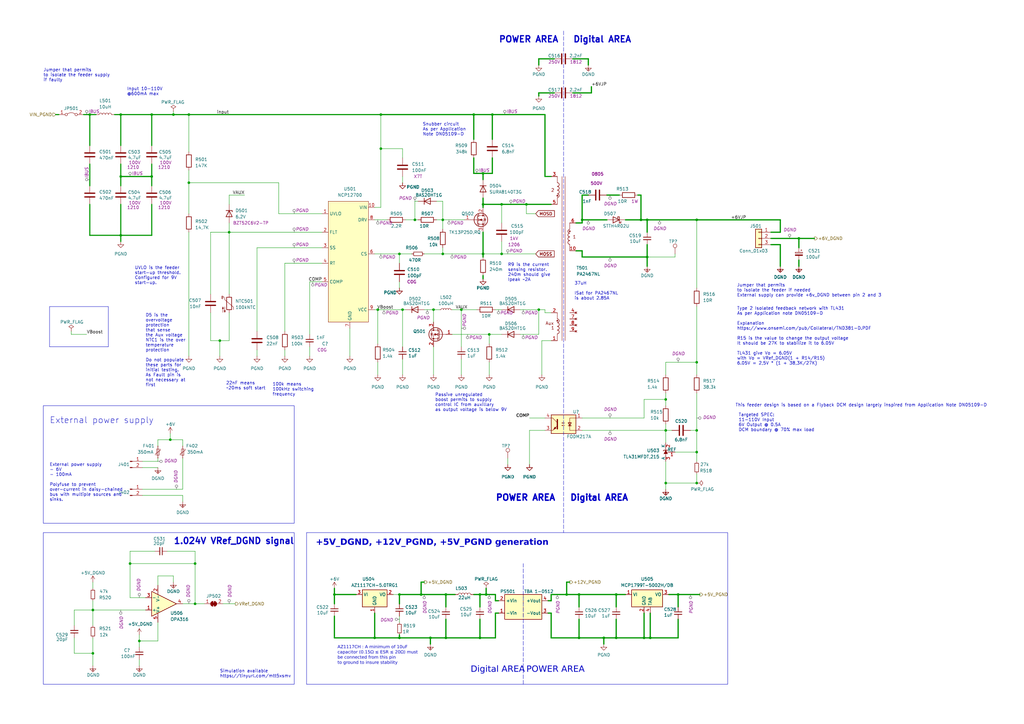
<source format=kicad_sch>
(kicad_sch (version 20231120) (generator "eeschema") (generator_version "8.0")
  (paper "A3")
  (title_block (title "OWNVERTER V1.1") (comment 1 "TWR"))
  (junction (at 285.75 198.12))
  (junction (at 262.89 90.17))
  (junction (at 237.49 261.62))
  (junction (at 80.01 247.65))
  (junction (at 285.75 148.59))
  (junction (at 36.83 46.99))
  (junction (at 38.1 250.19))
  (junction (at 189.23 127))
  (junction (at 80.01 231.14))
  (junction (at 238.76 90.17))
  (junction (at 62.23 46.99))
  (junction (at 177.8 127))
  (junction (at 194.31 46.99))
  (junction (at 38.1 267.97))
  (junction (at 196.85 261.62))
  (junction (at 77.47 46.99))
  (junction (at 53.34 231.14))
  (junction (at 198.12 104.14))
  (junction (at 220.98 127))
  (junction (at 172.72 243.84))
  (junction (at 77.47 74.93))
  (junction (at 156.21 60.96))
  (junction (at 198.12 71.12))
  (junction (at 201.93 46.99))
  (junction (at 90.17 139.7))
  (junction (at 265.43 90.17))
  (junction (at 252.73 261.62))
  (junction (at 200.66 137.16))
  (junction (at 285.75 185.42))
  (junction (at 181.61 90.17))
  (junction (at 93.98 95.25))
  (junction (at 49.53 46.99))
  (junction (at 154.94 127))
  (junction (at 266.7 261.62))
  (junction (at 49.53 96.52))
  (junction (at 327.66 97.79))
  (junction (at 285.75 90.17))
  (junction (at 49.53 72.39))
  (junction (at 137.16 243.84))
  (junction (at 273.05 163.83))
  (junction (at 215.9 83.82))
  (junction (at 69.85 180.34))
  (junction (at 247.65 261.62))
  (junction (at 264.16 261.62))
  (junction (at 182.88 261.62))
  (junction (at 285.75 176.53))
  (junction (at 265.43 105.41))
  (junction (at 71.12 46.99))
  (junction (at 237.49 243.84))
  (junction (at 232.41 243.84))
  (junction (at 57.15 262.89))
  (junction (at 273.05 198.12))
  (junction (at 205.74 83.82))
  (junction (at 182.88 243.84))
  (junction (at 165.1 127))
  (junction (at 170.18 90.17))
  (junction (at 156.21 46.99))
  (junction (at 153.67 261.62))
  (junction (at 196.85 243.84))
  (junction (at 163.83 104.14))
  (junction (at 163.83 243.84))
  (junction (at 181.61 104.14))
  (junction (at 278.13 243.84))
  (junction (at 199.39 243.84))
  (junction (at 176.53 261.62))
  (junction (at 163.83 261.62))
  (junction (at 198.12 83.82))
  (junction (at 205.74 104.14))
  (junction (at 252.73 243.84))
  (junction (at 62.23 72.39))
  (junction (at 273.05 176.53))
  (wire (pts (xy 273.05 176.53) (xy 273.05 181.61)))
  (wire (pts (xy 266.7 261.62) (xy 278.13 261.62)) (stroke (width 0.5)))
  (wire (pts (xy 38.1 261.62) (xy 38.1 267.97)))
  (wire (pts (xy 265.43 105.41) (xy 276.86 105.41)))
  (wire (pts (xy 49.53 67.31) (xy 49.53 72.39)) (stroke (width 0.45)))
  (wire (pts (xy 220.98 127) (xy 223.52 127)))
  (wire (pts (xy 114.3 87.63) (xy 114.3 74.93)))
  (wire (pts (xy 194.31 46.99) (xy 194.31 57.15)) (stroke (width 0.5)))
  (wire (pts (xy 59.69 245.11) (xy 53.34 245.11)))
  (wire (pts (xy 170.18 90.17) (xy 171.45 90.17)))
  (wire (pts (xy 74.93 187.96) (xy 74.93 200.66)))
  (wire (pts (xy 213.36 127) (xy 220.98 127)))
  (wire (pts (xy 194.31 46.99) (xy 201.93 46.99)) (stroke (width 0.5)))
  (wire (pts (xy 38.1 250.19) (xy 38.1 256.54)))
  (wire (pts (xy 80.01 247.65) (xy 83.82 247.65)))
  (wire (pts (xy 256.54 90.17) (xy 262.89 90.17)) (stroke (width 0.5)))
  (wire (pts (xy 273.05 173.99) (xy 273.05 176.53)))
  (wire (pts (xy 196.85 261.62) (xy 203.2 261.62)) (stroke (width 0.5)))
  (wire (pts (xy 36.83 46.99) (xy 39.37 46.99)) (stroke (width 0.45)))
  (wire (pts (xy 49.53 72.39) (xy 62.23 72.39)) (stroke (width 0.5)))
  (wire (pts (xy 77.47 74.93) (xy 77.47 87.63)))
  (wire (pts (xy 181.61 93.98) (xy 181.61 90.17)))
  (wire (pts (xy 165.1 72.39) (xy 165.1 74.93)))
  (wire (pts (xy 93.98 80.01) (xy 93.98 83.82)))
  (wire (pts (xy 264.16 163.83) (xy 264.16 171.45)))
  (wire (pts (xy 189.23 127) (xy 189.23 142.24)))
  (wire (pts (xy 22.86 46.99) (xy 24.13 46.99)) (stroke (width 0.45)))
  (wire (pts (xy 46.99 46.99) (xy 49.53 46.99)) (stroke (width 0.45)))
  (wire (pts (xy 219.71 87.63) (xy 215.9 87.63)))
  (wire (pts (xy 156.21 46.99) (xy 194.31 46.99)) (stroke (width 0.5)))
  (wire (pts (xy 196.85 254) (xy 196.85 261.62)) (stroke (width 0.5)))
  (wire (pts (xy 247.65 261.62) (xy 247.65 264.16)) (stroke (width 0.5)))
  (wire (pts (xy 252.73 248.92) (xy 252.73 243.84)) (stroke (width 0.5)))
  (wire (pts (xy 264.16 251.46) (xy 264.16 261.62)) (stroke (width 0.5)))
  (wire (pts (xy 64.77 187.96) (xy 64.77 189.23)))
  (wire (pts (xy 74.93 247.65) (xy 80.01 247.65)))
  (wire (pts (xy 241.3 24.13) (xy 241.3 26.67)) (stroke (width 0.5)))
  (wire (pts (xy 153.67 251.46) (xy 153.67 261.62)) (stroke (width 0.5)))
  (wire (pts (xy 57.15 270.51) (xy 57.15 273.05)))
  (wire (pts (xy 165.1 147.32) (xy 165.1 153.67)))
  (wire (pts (xy 198.12 71.12) (xy 194.31 71.12)) (stroke (width 0.5)))
  (wire (pts (xy 227.33 38.1) (xy 220.98 38.1)) (stroke (width 0.5)))
  (wire (pts (xy 69.85 177.8) (xy 69.85 180.34)))
  (wire (pts (xy 238.76 90.17) (xy 248.92 90.17)) (stroke (width 0.5)))
  (wire (pts (xy 200.66 148.59) (xy 200.66 153.67)))
  (wire (pts (xy 71.12 46.99) (xy 71.12 45.72)))
  (wire (pts (xy 215.9 87.63) (xy 215.9 83.82)))
  (wire (pts (xy 62.23 46.99) (xy 71.12 46.99)) (stroke (width 0.45)))
  (wire (pts (xy 163.83 261.62) (xy 176.53 261.62)) (stroke (width 0.5)))
  (wire (pts (xy 327.66 97.79) (xy 316.23 97.79)) (stroke (width 0.5)))
  (wire (pts (xy 143.51 134.62) (xy 143.51 146.05)))
  (wire (pts (xy 334.01 97.79) (xy 327.66 97.79)) (stroke (width 0.5)))
  (wire (pts (xy 217.17 176.53) (xy 223.52 176.53)))
  (wire (pts (xy 77.47 74.93) (xy 114.3 74.93)))
  (wire (pts (xy 194.31 243.84) (xy 196.85 243.84)) (stroke (width 0.5)))
  (wire (pts (xy 71.12 46.99) (xy 77.47 46.99)) (stroke (width 0.45)))
  (wire (pts (xy 273.05 189.23) (xy 273.05 198.12)))
  (wire (pts (xy 177.8 142.24) (xy 177.8 153.67)))
  (wire (pts (xy 153.67 85.09) (xy 156.21 85.09)))
  (wire (pts (xy 238.76 80.01) (xy 238.76 90.17)) (stroke (width 0.5)))
  (wire (pts (xy 226.06 72.39) (xy 223.52 72.39)) (stroke (width 0.45)))
  (wire (pts (xy 285.75 148.59) (xy 285.75 153.67)))
  (wire (pts (xy 38.1 250.19) (xy 59.69 250.19)))
  (wire (pts (xy 49.53 46.99) (xy 49.53 59.69)) (stroke (width 0.45)))
  (wire (pts (xy 203.2 261.62) (xy 203.2 251.46)) (stroke (width 0.5)))
  (wire (pts (xy 77.47 46.99) (xy 77.47 62.23)))
  (wire (pts (xy 80.01 231.14) (xy 80.01 247.65)))
  (wire (pts (xy 232.41 243.84) (xy 237.49 243.84)) (stroke (width 0.5)))
  (wire (pts (xy 182.88 248.92) (xy 182.88 243.84)) (stroke (width 0.5)))
  (wire (pts (xy 90.17 139.7) (xy 90.17 146.05)))
  (wire (pts (xy 156.21 85.09) (xy 156.21 60.96)))
  (wire (pts (xy 189.23 127) (xy 195.58 127)))
  (wire (pts (xy 278.13 254) (xy 278.13 261.62)) (stroke (width 0.5)))
  (wire (pts (xy 226.06 251.46) (xy 226.06 261.62)) (stroke (width 0.5)))
  (wire (pts (xy 273.05 153.67) (xy 273.05 148.59)))
  (wire (pts (xy 163.83 115.57) (xy 163.83 118.11)))
  (wire (pts (xy 252.73 261.62) (xy 264.16 261.62)) (stroke (width 0.5)))
  (wire (pts (xy 226.06 246.38) (xy 226.06 243.84)) (stroke (width 0.5)))
  (wire (pts (xy 38.1 246.38) (xy 38.1 250.19)))
  (wire (pts (xy 53.34 231.14) (xy 80.01 231.14)))
  (wire (pts (xy 153.67 127) (xy 154.94 127)))
  (wire (pts (xy 34.29 46.99) (xy 36.83 46.99)) (stroke (width 0.45)))
  (wire (pts (xy 285.75 161.29) (xy 285.75 176.53)))
  (wire (pts (xy 224.79 246.38) (xy 226.06 246.38)) (stroke (width 0.5)))
  (wire (pts (xy 278.13 248.92) (xy 278.13 243.84)) (stroke (width 0.5)))
  (wire (pts (xy 153.67 261.62) (xy 163.83 261.62)) (stroke (width 0.5)))
  (wire (pts (xy 205.74 83.82) (xy 205.74 91.44)))
  (wire (pts (xy 273.05 161.29) (xy 273.05 163.83)))
  (wire (pts (xy 264.16 163.83) (xy 273.05 163.83)))
  (wire (pts (xy 38.1 267.97) (xy 30.48 267.97)))
  (wire (pts (xy 156.21 60.96) (xy 165.1 60.96)))
  (wire (pts (xy 137.16 261.62) (xy 153.67 261.62)) (stroke (width 0.5)))
  (wire (pts (xy 38.1 238.76) (xy 38.1 241.3)))
  (wire (pts (xy 58.42 191.77) (xy 64.77 191.77)))
  (wire (pts (xy 265.43 90.17) (xy 265.43 95.25)) (stroke (width 0.5)))
  (wire (pts (xy 205.74 83.82) (xy 215.9 83.82)) (stroke (width 0.5)))
  (wire (pts (xy 177.8 127) (xy 177.8 132.08)))
  (wire (pts (xy 93.98 95.25) (xy 93.98 120.65)))
  (wire (pts (xy 173.99 127) (xy 177.8 127)))
  (wire (pts (xy 320.04 100.33) (xy 320.04 109.22)) (stroke (width 0.5)))
  (polyline (pts (xy 214.63 280.67) (xy 214.63 231.14)) (stroke (width 0) (type dash)))
  (wire (pts (xy 285.75 194.31) (xy 285.75 198.12)))
  (wire (pts (xy 172.72 238.76) (xy 172.72 243.84)) (stroke (width 0.5)))
  (wire (pts (xy 276.86 104.14) (xy 276.86 105.41)))
  (wire (pts (xy 252.73 243.84) (xy 256.54 243.84)) (stroke (width 0.5)))
  (wire (pts (xy 273.05 163.83) (xy 273.05 166.37)))
  (wire (pts (xy 266.7 251.46) (xy 266.7 261.62)) (stroke (width 0.5)))
  (wire (pts (xy 205.74 104.14) (xy 219.71 104.14)))
  (wire (pts (xy 327.66 106.68) (xy 327.66 109.22)) (stroke (width 0.5)))
  (wire (pts (xy 163.83 104.14) (xy 168.91 104.14)))
  (wire (pts (xy 208.28 187.96) (xy 208.28 190.5)))
  (wire (pts (xy 49.53 72.39) (xy 49.53 76.2)) (stroke (width 0.45)))
  (wire (pts (xy 215.9 83.82) (xy 226.06 83.82)) (stroke (width 0.5)))
  (wire (pts (xy 189.23 147.32) (xy 189.23 153.67)))
  (wire (pts (xy 176.53 264.16) (xy 176.53 261.62)) (stroke (width 0.5)))
  (wire (pts (xy 283.21 176.53) (xy 285.75 176.53)))
  (wire (pts (xy 49.53 46.99) (xy 62.23 46.99)) (stroke (width 0.45)))
  (wire (pts (xy 163.83 243.84) (xy 163.83 247.65)) (stroke (width 0.5)))
  (wire (pts (xy 63.5 226.06) (xy 53.34 226.06)))
  (wire (pts (xy 165.1 127) (xy 166.37 127)))
  (wire (pts (xy 153.67 90.17) (xy 158.75 90.17)))
  (wire (pts (xy 320.04 95.25) (xy 316.23 95.25)) (stroke (width 0.5)))
  (wire (pts (xy 316.23 100.33) (xy 320.04 100.33)) (stroke (width 0.5)))
  (wire (pts (xy 182.88 261.62) (xy 196.85 261.62)) (stroke (width 0.5)))
  (wire (pts (xy 226.06 261.62) (xy 237.49 261.62)) (stroke (width 0.5)))
  (wire (pts (xy 62.23 46.99) (xy 62.23 59.69)) (stroke (width 0.45)))
  (wire (pts (xy 247.65 261.62) (xy 252.73 261.62)) (stroke (width 0.5)))
  (wire (pts (xy 58.42 200.66) (xy 74.93 200.66)))
  (wire (pts (xy 242.57 38.1) (xy 234.95 38.1)) (stroke (width 0.5)))
  (wire (pts (xy 90.17 139.7) (xy 93.98 139.7)))
  (wire (pts (xy 198.12 104.14) (xy 205.74 104.14)))
  (wire (pts (xy 64.77 236.22) (xy 64.77 240.03)))
  (wire (pts (xy 77.47 46.99) (xy 156.21 46.99)) (stroke (width 0.45)))
  (wire (pts (xy 116.84 143.51) (xy 116.84 146.05)))
  (wire (pts (xy 173.99 238.76) (xy 172.72 238.76)) (stroke (width 0.5)))
  (wire (pts (xy 201.93 64.77) (xy 201.93 71.12)) (stroke (width 0.5)))
  (wire (pts (xy 220.98 38.1) (xy 220.98 39.37)) (stroke (width 0.5)))
  (wire (pts (xy 137.16 243.84) (xy 146.05 243.84)) (stroke (width 0.5)))
  (wire (pts (xy 36.83 96.52) (xy 49.53 96.52)) (stroke (width 0.45)))
  (wire (pts (xy 105.41 101.6) (xy 105.41 135.89)))
  (wire (pts (xy 127 115.57) (xy 132.08 115.57)))
  (wire (pts (xy 36.83 83.82) (xy 36.83 96.52)) (stroke (width 0.45)))
  (wire (pts (xy 273.05 176.53) (xy 275.59 176.53)))
  (wire (pts (xy 238.76 171.45) (xy 264.16 171.45)))
  (wire (pts (xy 238.76 80.01) (xy 241.3 80.01)) (stroke (width 0.5)))
  (wire (pts (xy 69.85 180.34) (xy 74.93 180.34)))
  (wire (pts (xy 30.48 250.19) (xy 30.48 256.54)))
  (wire (pts (xy 38.1 250.19) (xy 30.48 250.19)))
  (wire (pts (xy 116.84 107.95) (xy 116.84 135.89)))
  (wire (pts (xy 201.93 46.99) (xy 201.93 57.15)) (stroke (width 0.5)))
  (wire (pts (xy 200.66 137.16) (xy 200.66 140.97)))
  (wire (pts (xy 181.61 104.14) (xy 198.12 104.14)))
  (wire (pts (xy 161.29 243.84) (xy 163.83 243.84)))
  (wire (pts (xy 171.45 82.55) (xy 170.18 82.55)))
  (wire (pts (xy 86.36 128.27) (xy 86.36 139.7)))
  (wire (pts (xy 91.44 247.65) (xy 96.52 247.65)))
  (wire (pts (xy 29.21 137.16) (xy 29.21 135.89)))
  (wire (pts (xy 226.06 128.27) (xy 223.52 128.27)))
  (wire (pts (xy 205.74 99.06) (xy 205.74 104.14)))
  (wire (pts (xy 198.12 83.82) (xy 198.12 85.09)) (stroke (width 0.5)))
  (wire (pts (xy 181.61 90.17) (xy 190.5 90.17)))
  (wire (pts (xy 71.12 236.22) (xy 71.12 238.76)))
  (wire (pts (xy 320.04 90.17) (xy 320.04 95.25)) (stroke (width 0.5)))
  (wire (pts (xy 64.77 262.89) (xy 64.77 255.27)))
  (wire (pts (xy 265.43 100.33) (xy 265.43 105.41)) (stroke (width 0.5)))
  (wire (pts (xy 93.98 128.27) (xy 93.98 139.7)))
  (wire (pts (xy 199.39 243.84) (xy 203.2 243.84)) (stroke (width 0.5)))
  (wire (pts (xy 163.83 260.35) (xy 163.83 261.62)) (stroke (width 0.5)))
  (wire (pts (xy 154.94 148.59) (xy 154.94 153.67)))
  (wire (pts (xy 285.75 185.42) (xy 285.75 189.23)))
  (wire (pts (xy 203.2 127) (xy 205.74 127)))
  (wire (pts (xy 127 142.24) (xy 127 146.05)))
  (wire (pts (xy 127 115.57) (xy 127 137.16)))
  (wire (pts (xy 132.08 107.95) (xy 116.84 107.95)))
  (wire (pts (xy 156.21 46.99) (xy 156.21 60.96)))
  (wire (pts (xy 201.93 71.12) (xy 198.12 71.12)) (stroke (width 0.5)))
  (wire (pts (xy 222.25 153.67) (xy 222.25 139.7)))
  (wire (pts (xy 285.75 125.73) (xy 285.75 148.59)))
  (wire (pts (xy 64.77 180.34) (xy 64.77 182.88)))
  (wire (pts (xy 222.25 139.7) (xy 226.06 139.7)))
  (wire (pts (xy 238.76 176.53) (xy 273.05 176.53)))
  (wire (pts (xy 238.76 90.17) (xy 238.76 91.44)) (stroke (width 0.5)))
  (wire (pts (xy 163.83 104.14) (xy 163.83 107.95)))
  (wire (pts (xy 238.76 102.87) (xy 238.76 105.41)) (stroke (width 0.5)))
  (wire (pts (xy 57.15 260.35) (xy 57.15 262.89)))
  (wire (pts (xy 137.16 243.84) (xy 137.16 247.65)) (stroke (width 0.5)))
  (wire (pts (xy 132.08 87.63) (xy 114.3 87.63)))
  (wire (pts (xy 196.85 248.92) (xy 196.85 243.84)) (stroke (width 0.5)))
  (wire (pts (xy 242.57 35.56) (xy 242.57 38.1)) (stroke (width 0.5)))
  (wire (pts (xy 196.85 243.84) (xy 199.39 243.84)) (stroke (width 0.5)))
  (wire (pts (xy 185.42 127) (xy 189.23 127)))
  (wire (pts (xy 35.56 137.16) (xy 29.21 137.16)))
  (wire (pts (xy 30.48 267.97) (xy 30.48 261.62)))
  (wire (pts (xy 62.23 83.82) (xy 62.23 96.52)) (stroke (width 0.45)))
  (wire (pts (xy 38.1 267.97) (xy 38.1 273.05)))
  (wire (pts (xy 173.99 104.14) (xy 181.61 104.14)))
  (wire (pts (xy 57.15 262.89) (xy 64.77 262.89)))
  (wire (pts (xy 58.42 189.23) (xy 64.77 189.23)))
  (wire (pts (xy 265.43 105.41) (xy 265.43 109.22)) (stroke (width 0.5)))
  (wire (pts (xy 232.41 243.84) (xy 232.41 238.76)) (stroke (width 0.5)))
  (wire (pts (xy 49.53 96.52) (xy 49.53 99.06)) (stroke (width 0.45)))
  (wire (pts (xy 217.17 176.53) (xy 217.17 190.5)))
  (wire (pts (xy 273.05 198.12) (xy 273.05 200.66)))
  (wire (pts (xy 36.83 46.99) (xy 36.83 59.69)) (stroke (width 0.45)))
  (wire (pts (xy 261.62 80.01) (xy 262.89 80.01)) (stroke (width 0.5)))
  (wire (pts (xy 179.07 90.17) (xy 181.61 90.17)))
  (wire (pts (xy 227.33 24.13) (xy 220.98 24.13)) (stroke (width 0.5)))
  (wire (pts (xy 49.53 83.82) (xy 49.53 96.52)) (stroke (width 0.45)))
  (wire (pts (xy 327.66 97.79) (xy 327.66 101.6)) (stroke (width 0.5)))
  (wire (pts (xy 237.49 243.84) (xy 252.73 243.84)) (stroke (width 0.5)))
  (wire (pts (xy 74.93 180.34) (xy 74.93 182.88)))
  (wire (pts (xy 163.83 252.73) (xy 163.83 255.27)))
  (wire (pts (xy 237.49 248.92) (xy 237.49 243.84)) (stroke (width 0.5)))
  (polyline (pts (xy 231.14 12.7) (xy 231.14 218.44)) (stroke (width 0.15) (type dash)))
  (wire (pts (xy 285.75 90.17) (xy 320.04 90.17)) (stroke (width 0.5)))
  (wire (pts (xy 274.32 243.84) (xy 278.13 243.84)) (stroke (width 0.5)))
  (wire (pts (xy 181.61 104.14) (xy 181.61 101.6)))
  (wire (pts (xy 213.36 137.16) (xy 220.98 137.16)))
  (wire (pts (xy 181.61 82.55) (xy 181.61 90.17)))
  (wire (pts (xy 132.08 95.25) (xy 93.98 95.25)))
  (wire (pts (xy 236.22 102.87) (xy 238.76 102.87)) (stroke (width 0.5)))
  (wire (pts (xy 36.83 67.31) (xy 36.83 76.2)) (stroke (width 0.45)))
  (wire (pts (xy 77.47 95.25) (xy 77.47 146.05)))
  (wire (pts (xy 165.1 60.96) (xy 165.1 64.77)))
  (wire (pts (xy 179.07 82.55) (xy 181.61 82.55)))
  (wire (pts (xy 238.76 105.41) (xy 265.43 105.41)) (stroke (width 0.5)))
  (wire (pts (xy 252.73 254) (xy 252.73 261.62)) (stroke (width 0.5)))
  (wire (pts (xy 278.13 243.84) (xy 287.02 243.84)) (stroke (width 0.5)))
  (wire (pts (xy 198.12 104.14) (xy 198.12 105.41)) (stroke (width 0.5)))
  (wire (pts (xy 86.36 95.25) (xy 86.36 120.65)))
  (wire (pts (xy 285.75 176.53) (xy 285.75 185.42)))
  (wire (pts (xy 154.94 127) (xy 165.1 127)))
  (wire (pts (xy 203.2 251.46) (xy 204.47 251.46)) (stroke (width 0.5)))
  (wire (pts (xy 198.12 113.03) (xy 198.12 114.3)) (stroke (width 0.5)))
  (wire (pts (xy 203.2 243.84) (xy 203.2 246.38)) (stroke (width 0.5)))
  (wire (pts (xy 176.53 261.62) (xy 182.88 261.62)) (stroke (width 0.5)))
  (wire (pts (xy 62.23 67.31) (xy 62.23 72.39)) (stroke (width 0.45)))
  (wire (pts (xy 86.36 139.7) (xy 90.17 139.7)))
  (wire (pts (xy 71.12 236.22) (xy 64.77 236.22)))
  (wire (pts (xy 226.06 251.46) (xy 224.79 251.46)) (stroke (width 0.5)))
  (wire (pts (xy 185.42 137.16) (xy 200.66 137.16)))
  (wire (pts (xy 163.83 243.84) (xy 172.72 243.84)) (stroke (width 0.5)))
  (wire (pts (xy 53.34 231.14) (xy 53.34 245.11)))
  (wire (pts (xy 201.93 46.99) (xy 223.52 46.99)) (stroke (width 0.5)))
  (wire (pts (xy 93.98 91.44) (xy 93.98 95.25)))
  (wire (pts (xy 53.34 226.06) (xy 53.34 231.14)))
  (wire (pts (xy 236.22 91.44) (xy 238.76 91.44)) (stroke (width 0.5)))
  (wire (pts (xy 223.52 128.27) (xy 223.52 127)))
  (wire (pts (xy 276.86 185.42) (xy 285.75 185.42)))
  (wire (pts (xy 165.1 127) (xy 165.1 142.24)))
  (wire (pts (xy 62.23 72.39) (xy 62.23 76.2)) (stroke (width 0.45)))
  (wire (pts (xy 137.16 252.73) (xy 137.16 261.62)) (stroke (width 0.5)))
  (wire (pts (xy 100.33 80.01) (xy 93.98 80.01)))
  (wire (pts (xy 64.77 180.34) (xy 69.85 180.34)))
  (wire (pts (xy 49.53 96.52) (xy 62.23 96.52)) (stroke (width 0.45)))
  (wire (pts (xy 198.12 73.66) (xy 198.12 71.12)) (stroke (width 0.5)))
  (wire (pts (xy 203.2 246.38) (xy 204.47 246.38)) (stroke (width 0.5)))
  (wire (pts (xy 198.12 83.82) (xy 205.74 83.82)) (stroke (width 0.5)))
  (wire (pts (xy 248.92 80.01) (xy 254 80.01)) (stroke (width 0.5)))
  (wire (pts (xy 217.17 171.45) (xy 223.52 171.45)))
  (wire (pts (xy 57.15 265.43) (xy 57.15 262.89)))
  (wire (pts (xy 220.98 24.13) (xy 220.98 26.67)) (stroke (width 0.5)))
  (wire (pts (xy 137.16 241.3) (xy 137.16 243.84)) (stroke (width 0.5)))
  (wire (pts (xy 262.89 90.17) (xy 265.43 90.17)) (stroke (width 0.5)))
  (wire (pts (xy 194.31 64.77) (xy 194.31 71.12)) (stroke (width 0.5)))
  (wire (pts (xy 223.52 72.39) (xy 223.52 46.99)) (stroke (width 0.5)))
  (wire (pts (xy 153.67 104.14) (xy 163.83 104.14)))
  (wire (pts (xy 68.58 226.06) (xy 80.01 226.06)))
  (wire (pts (xy 264.16 261.62) (xy 266.7 261.62)) (stroke (width 0.5)))
  (wire (pts (xy 285.75 90.17) (xy 285.75 118.11)))
  (wire (pts (xy 265.43 90.17) (xy 285.75 90.17)) (stroke (width 0.5)))
  (wire (pts (xy 182.88 243.84) (xy 186.69 243.84)) (stroke (width 0.5)))
  (wire (pts (xy 234.95 24.13) (xy 241.3 24.13)) (stroke (width 0.5)))
  (wire (pts (xy 80.01 226.06) (xy 80.01 231.14)))
  (wire (pts (xy 172.72 243.84) (xy 182.88 243.84)) (stroke (width 0.5)))
  (wire (pts (xy 237.49 254) (xy 237.49 261.62)) (stroke (width 0.5)))
  (wire (pts (xy 200.66 137.16) (xy 205.74 137.16)))
  (wire (pts (xy 154.94 127) (xy 154.94 140.97)))
  (wire (pts (xy 198.12 81.28) (xy 198.12 83.82)) (stroke (width 0.5)))
  (wire (pts (xy 198.12 95.25) (xy 198.12 104.14)) (stroke (width 0.5)))
  (wire (pts (xy 273.05 198.12) (xy 285.75 198.12)))
  (wire (pts (xy 220.98 127) (xy 220.98 137.16)))
  (wire (pts (xy 177.8 127) (xy 180.34 127)))
  (wire (pts (xy 170.18 82.55) (xy 170.18 90.17)))
  (wire (pts (xy 273.05 148.59) (xy 285.75 148.59)))
  (wire (pts (xy 226.06 243.84) (xy 232.41 243.84)) (stroke (width 0.5)))
  (wire (pts (xy 86.36 95.25) (xy 93.98 95.25)))
  (wire (pts (xy 237.49 261.62) (xy 247.65 261.62)) (stroke (width 0.5)))
  (wire (pts (xy 262.89 80.01) (xy 262.89 90.17)) (stroke (width 0.5)))
  (wire (pts (xy 58.42 203.2) (xy 74.93 203.2)))
  (wire (pts (xy 132.08 101.6) (xy 105.41 101.6)))
  (wire (pts (xy 199.39 241.3) (xy 199.39 243.84)) (stroke (width 0.5)))
  (wire (pts (xy 166.37 90.17) (xy 170.18 90.17)))
  (wire (pts (xy 77.47 69.85) (xy 77.47 74.93)))
  (wire (pts (xy 182.88 254) (xy 182.88 261.62)) (stroke (width 0.5)))
  (wire (pts (xy 74.93 203.2) (xy 74.93 205.74)))
  (wire (pts (xy 105.41 143.51) (xy 105.41 146.05)))
  (wire (pts (xy 232.41 238.76) (xy 233.68 238.76)) (stroke (width 0.5)))
  (rectangle (start 20.32 125.73) (end 44.45 142.24))
  (rectangle (start 125.73 218.44) (end 298.45 280.67))
  (rectangle (start 17.78 218.44) (end 120.65 280.67))
  (rectangle (start 17.78 166.37) (end 120.65 214.63))
  (text "Snubber circuit \nAs per Application \nNote DN05109-D" (at 173.355 55.88 0) (effects (font (size 1.27 1.27)) (justify left bottom)))
  (text "Input 10-110V\n@600mA max" (at 52.07 39.37 0) (effects (font (size 1.27 1.27)) (justify left bottom)))
  (text "R9 is the current \nsensing resistor.\n240m should give\nIpeak ~2A" (at 208.28 115.57 0) (effects (font (size 1.27 1.27)) (justify left bottom)))
  (text "POWER AREA\n" (at 215.9 276.86 0) (effects (font (size 2.54 2.54)) (justify left bottom)))
  (text "Digital AREA\n" (at 234.95 17.78 0) (effects (font (size 2.54 2.54) (thickness 0.508) (bold yes)) (justify left bottom)))
  (text "Jumper that permits \nto isolate the feeder if needed\nExternal supply can provide +6v_DGND between pin 2 and 3\n" (at 302.26 121.92 0) (effects (font (size 1.27 1.27)) (justify left bottom)))
  (text "Targeted SPEC: \n11-110V Input \n6V Output @ 0.5A \nDCM boundary @ 70% max load\n" (at 302.895 177.165 0) (effects (font (size 1.27 1.27)) (justify left bottom)))
  (text "POWER AREA\n" (at 204.47 17.78 0) (effects (font (size 2.54 2.54) (thickness 0.508) (bold yes)) (justify left bottom)))
  (text "UVLO is the feeder\nstart-up threshold. \nConfigured for 9V\nstart-up." (at 55.245 116.84 0) (effects (font (size 1.27 1.27)) (justify left bottom)))
  (text "AZ1117CH : A minimum of 10uF\ncapacitor (0.15Ω ≤ ESR ≤ 20Ω) must\nbe connected from this pin\nto ground to insure stability" (at 138.43 273.05 0) (effects (font (size 1.27 1.27)) (justify left bottom)))
  (text "D5 is the \novervoltage \nprotection \nthat sense \nthe Aux voltage\nNTC1 is the over\ntemperature \nprotection \n\nDo not populate\nthese parts for\ninitial testing.\nAs Fault pin is\nnot necessary at\nfirst" (at 59.69 158.75 0) (effects (font (size 1.27 1.27)) (justify left bottom)))
  (text "External power supply\n- 6V\n- 100mA\n\nPolyfuse to prevent \nover-current in daisy-chained \nbus with multiple sources and \nsinks." (at 20.32 205.74 0) (effects (font (size 1.27 1.27)) (justify left bottom)))
  (text "Digital AREA\n" (at 233.68 205.74 0) (effects (font (size 2.54 2.54) (thickness 0.508) (bold yes)) (justify left bottom)))
  (text "Digital AREA\n" (at 233.68 205.74 0) (effects (font (size 2.54 2.54) (thickness 0.508) (bold yes)) (justify left bottom)))
  (text "Passive unregulated\nboost permits to supply\ncontrol IC from auxillary\nas output voltage is below 9V\n" (at 178.435 168.91 0) (effects (font (size 1.27 1.27)) (justify left bottom)))
  (text "Jumper that permits \nto isolate the feeder supply\nif faulty\n" (at 17.78 33.655 0) (effects (font (size 1.27 1.27)) (justify left bottom)))
  (text "This feeder design is based on a Flyback DCM design largely inspired from Application Note DN05109-D" (at 301.625 167.005 0) (effects (font (size 1.27 1.27)) (justify left bottom)))
  (text "100k means \n100kHz switching\nfrequency" (at 111.76 162.56 0) (effects (font (size 1.27 1.27)) (justify left bottom)))
  (text "Digital AREA\n" (at 193.04 276.86 0) (effects (font (size 2.54 2.54)) (justify left bottom)))
  (text "37uH\n\nISat for PA2467NL\nis about 2.85A" (at 235.585 123.19 0) (effects (font (size 1.27 1.27)) (justify left bottom)))
  (text "External power supply" (at 20.32 173.99 0) (effects (font (size 2.54 2.54)) (justify left bottom)))
  (text "POWER AREA\n" (at 203.2 205.74 0) (effects (font (size 2.54 2.54) (thickness 0.508) (bold yes)) (justify left bottom)))
  (text "POWER AREA\n" (at 203.2 205.74 0) (effects (font (size 2.54 2.54) (thickness 0.508) (bold yes)) (justify left bottom)))
  (text "1.024V VRef_DGND signal" (at 71.12 223.52 0) (effects (font (size 2.54 2.54) (thickness 0.508) (bold yes)) (justify left bottom)))
  (text "22nF means \n~20ms soft start" (at 92.71 160.02 0) (effects (font (size 1.27 1.27)) (justify left bottom)))
  (text "Simulation available\nhttps://tinyurl.com/mtt5xsmv" (at 90.17 278.13 0) (effects (font (size 1.27 1.27)) (justify left bottom)))
  (text "+5V_DGND, +12V_PGND, +5V_PGND generation" (at 129.54 224.79 0) (effects (font (size 2.54 2.54) (thickness 0.4978) (bold yes)) (justify left bottom)))
  (text "Type 2 Isolated feedback network with TL431\nAs per Application note DN05109-D\n\nExplanation\nhttps://www.onsemi.com/pub/Collateral/TND381-D.PDF\n\nR15 is the value to change the output voltage\nIt should be 27K to stabilize it to 6.05V\n\nTL431 give Vo = 6.05V\nwith Vo = VRef_DGND(1 + R14/R15)\n6.05V = 2,5V * (1 + 38,3K/27K)" (at 302.26 149.86 0) (effects (font (size 1.27 1.27)) (justify left bottom)))
  (label "VBoost" (at 161.29 127 180))
  (label "COMP" (at 217.17 171.45 180))
  (label "COMP" (at 132.08 115.57 180))
  (label "VBoost" (at 35.56 137.16 0))
  (label "VAUX" (at 100.33 80.01 180))
  (label "VAUX" (at 191.77 127 180))
  (label "input" (at 88.9 46.99 0))
  (label "+6VJP" (at 242.57 35.56 0))
  (label "+6VJP" (at 306.07 90.17 180))
  (label "COMP" (at 217.17 171.45 180))
  (global_label "MOSS" (shape input) (at 219.71 104.14 0) (property "Intersheetrefs" "${INTERSHEET_REFS}" (effects (hide yes))) (property "Références Inter-Feuilles" "${INTERSHEET_REFS}" (effects (hide yes))))
  (global_label "MOSS" (shape input) (at 219.71 104.14 0) (property "Intersheetrefs" "${INTERSHEET_REFS}" (effects (hide yes))) (property "Références Inter-Feuilles" "${INTERSHEET_REFS}" (effects (hide yes))))
  (global_label "MOSD" (shape input) (at 219.71 87.63 0) (property "Intersheetrefs" "${INTERSHEET_REFS}" (effects (hide yes))) (property "Références Inter-Feuilles" "${INTERSHEET_REFS}" (effects (hide yes))))
  (global_label "MOSD" (shape input) (at 219.71 87.63 0) (property "Intersheetrefs" "${INTERSHEET_REFS}" (effects (hide yes))) (property "Références Inter-Feuilles" "${INTERSHEET_REFS}" (effects (hide yes))))
  (hierarchical_label "VIN_PGND" (shape input) (at 22.86 46.99 180))
  (hierarchical_label "+6V_DGND" (shape output) (at 334.01 97.79 0))
  (hierarchical_label "+12V_PGND" (shape output) (at 233.68 238.76 0))
  (hierarchical_label "+5V_DGND" (shape output) (at 173.99 238.76 0))
  (hierarchical_label "+5V_PGND" (shape output) (at 287.02 243.84 0))
  (hierarchical_label "VRef_DGND" (shape output) (at 96.52 247.65 0))
  (netclass_flag "" (length 1.27) (shape round) (at 207.01 46.99 0) (property "Netclass" "IBUS" (at 207.6196 45.72 0) (effects (font (italic yes)) (justify left))))
  (netclass_flag "" (length 1.27) (shape round) (at 53.34 72.39 0) (property "Netclass" "IBUS" (at 53.9496 71.12 0) (effects (font (italic yes)) (justify left))))
  (netclass_flag "" (length 1.27) (shape round) (at 204.47 127 180) (property "Netclass" "PGND" (at 205.0796 128.27 0) (effects (font (italic yes)) (justify left))))
  (netclass_flag "" (length 1.27) (shape round) (at 163.83 254 90) (property "Netclass" "DGND" (at 161.29 254.254 0) (effects (font (italic yes)) (justify right))))
  (netclass_flag "" (length 1.27) (shape round) (at 270.51 90.17 180) (property "Netclass" "DGND" (at 267.97 93.726 0) (effects (font (italic yes)) (justify left))))
  (netclass_flag "" (length 1.27) (shape round) (at 241.3 90.17 180) (property "Netclass" "DGND" (at 238.76 93.726 0) (effects (font (italic yes)) (justify left))))
  (netclass_flag "" (length 1.27) (shape round) (at 285.75 171.45 270) (property "Netclass" "DGND" (at 288.29 171.196 0) (effects (font (italic yes)) (justify left))))
  (netclass_flag "" (length 1.27) (shape round) (at 200.66 243.84 180) (property "Netclass" "DGND" (at 200.914 246.38 90) (effects (font (italic yes)) (justify right))))
  (netclass_flag "" (length 1.27) (shape round) (at 195.58 71.12 0) (property "Netclass" "IBUS" (at 196.1896 69.85 0) (effects (font (italic yes)) (justify left))))
  (netclass_flag "" (length 1.27) (shape round) (at 157.48 127 180) (property "Netclass" "PGND" (at 158.0896 128.27 0) (effects (font (italic yes)) (justify left))))
  (netclass_flag "" (length 1.27) (shape round) (at 250.19 105.41 180) (property "Netclass" "DGND" (at 247.65 108.966 0) (effects (font (italic yes)) (justify left))))
  (netclass_flag "" (length 1.27) (shape round) (at 154.94 90.17 180) (property "Netclass" "PGND" (at 155.5496 91.44 0) (effects (font (italic yes)) (justify left))))
  (netclass_flag "" (length 1.27) (shape round) (at 214.63 137.16 180) (property "Netclass" "PGND" (at 215.2396 138.43 0) (effects (font (italic yes)) (justify left))))
  (netclass_flag "" (length 1.27) (shape round) (at 214.63 127 180) (property "Netclass" "PGND" (at 215.2396 128.27 0) (effects (font (italic yes)) (justify left))))
  (netclass_flag "" (length 1.27) (shape round) (at 185.42 104.14 180) (property "Netclass" "PGND" (at 186.0296 105.41 0) (effects (font (italic yes)) (justify left))))
  (netclass_flag "" (length 1.27) (shape round) (at 250.19 176.53 180) (property "Netclass" "DGND" (at 247.65 180.086 0) (effects (font (italic yes)) (justify left))))
  (netclass_flag "" (length 1.27) (shape round) (at 120.65 101.6 0) (property "Netclass" "PGND" (at 121.2596 100.33 0) (effects (font (italic yes)) (justify left))))
  (netclass_flag "" (length 1.27) (shape round) (at 49.53 250.19 180) (property "Netclass" "DGND" (at 49.784 252.73 90) (effects (font (italic yes)) (justify right))))
  (netclass_flag "" (length 1.27) (shape round) (at 189.23 134.62 270) (property "Netclass" "PGND" (at 190.5 134.0104 90) (effects (font (italic yes)) (justify left))))
  (netclass_flag "" (length 1.27) (shape round) (at 173.99 243.84 180) (property "Netclass" "DGND" (at 174.244 246.38 90) (effects (font (italic yes)) (justify right))))
  (netclass_flag "" (length 1.27) (shape round) (at 250.19 80.01 180) (property "Netclass" "DGND" (at 247.65 83.566 0) (effects (font (italic yes)) (justify left))))
  (netclass_flag "" (length 1.27) (shape round) (at 208.28 104.14 0) (property "Netclass" "PGND" (at 208.8896 102.87 0) (effects (font (italic yes)) (justify left))))
  (netclass_flag "" (length 1.27) (shape round) (at 250.19 171.45 0) (property "Netclass" "DGND" (at 247.65 167.894 0) (effects (font (italic yes)) (justify left))))
  (netclass_flag "" (length 1.27) (shape round) (at 228.6 243.84 180) (property "Netclass" "PGND" (at 228.854 246.38 90) (effects (font (italic yes)) (justify right))))
  (netclass_flag "" (length 1.27) (shape round) (at 191.77 137.16 180) (property "Netclass" "PGND" (at 192.3796 138.43 0) (effects (font (italic yes)) (justify left))))
  (netclass_flag "" (length 1.27) (shape round) (at 278.13 148.59 0) (property "Netclass" "DGND" (at 275.59 145.034 0) (effects (font (italic yes)) (justify left))))
  (netclass_flag "" (length 1.27) (shape round) (at 323.85 97.79 0) (property "Netclass" "DGND" (at 321.31 94.234 0) (effects (font (italic yes)) (justify left))))
  (netclass_flag "" (length 1.27) (shape round) (at 77.47 247.65 0) (property "Netclass" "DGND" (at 77.216 245.11 90) (effects (font (italic yes)) (justify left))))
  (netclass_flag "" (length 1.27) (shape round) (at 93.98 247.65 0) (property "Netclass" "DGND" (at 94.234 245.11 90) (effects (font (italic yes)) (justify left))))
  (netclass_flag "" (length 1.27) (shape round) (at 120.65 95.25 0) (property "Netclass" "PGND" (at 121.2596 93.98 0) (effects (font (italic yes)) (justify left))))
  (netclass_flag "" (length 1.27) (shape round) (at 72.39 200.66 0) (property "Netclass" "DGND" (at 72.136 198.12 90) (effects (font (italic yes)) (justify left))))
  (netclass_flag "" (length 1.27) (shape round) (at 120.65 87.63 0) (property "Netclass" "PGND" (at 121.2596 86.36 0) (effects (font (italic yes)) (justify left))))
  (netclass_flag "" (length 1.27) (shape round) (at 57.15 245.11 0) (property "Netclass" "DGND" (at 56.896 242.57 90) (effects (font (italic yes)) (justify left))))
  (netclass_flag "" (length 1.27) (shape round) (at 209.55 83.82 0) (property "Netclass" "PGND" (at 210.1596 82.55 0) (effects (font (italic yes)) (justify left))))
  (netclass_flag "" (length 1.27) (shape round) (at 156.21 104.14 180) (property "Netclass" "PGND" (at 156.8196 105.41 0) (effects (font (italic yes)) (justify left))))
  (netclass_flag "" (length 1.27) (shape round) (at 35.56 46.99 0) (property "Netclass" "IBUS" (at 36.1696 45.72 0) (effects (font (italic yes)) (justify left))))
  (netclass_flag "" (length 1.27) (shape round) (at 283.21 243.84 180) (property "Netclass" "PGND" (at 283.464 246.38 90) (effects (font (italic yes)) (justify right))))
  (netclass_flag "" (length 1.27) (shape round) (at 170.18 82.55 0) (property "Netclass" "PGND" (at 168.91 81.28 0) (effects (font (italic yes)) (justify right))))
  (netclass_flag "" (length 1.27) (shape round) (at 64.77 189.23 270) (property "Netclass" "DGND" (at 67.31 188.976 0) (effects (font (italic yes)) (justify left))))
  (netclass_flag "" (length 1.27) (shape round) (at 184.15 90.17 180) (property "Netclass" "PGND" (at 184.7596 91.44 0) (effects (font (italic yes)) (justify left))))
  (netclass_flag "" (length 1.27) (shape round) (at 36.83 73.66 90) (property "Netclass" "IBUS" (at 35.56 73.0504 90) (effects (font (italic yes)) (justify left))))
  (netclass_flag "" (length 1.27) (shape round) (at 175.26 127 180) (property "Netclass" "PGND" (at 170.942 130.302 0) (effects (font (italic yes)) (justify left))))
  (netclass_flag "" (length 1.27) (shape round) (at 128.27 115.57 180) (property "Netclass" "PGND" (at 128.8796 116.84 0) (effects (font (italic yes)) (justify left))))
  (netclass_flag "" (length 1.27) (shape round) (at 120.65 107.95 0) (property "Netclass" "PGND" (at 121.2596 106.68 0) (effects (font (italic yes)) (justify left))))
  (symbol (lib_id "Device:Thermistor_NTC") (at 93.98 124.46 0) (unit 1)
    (property "Reference" "NTC501" (at 96.52 123.5074 0) (effects (justify left)))
    (property "Value" "100kNTC" (at 96.52 126.0474 0) (effects (justify left)))
    (property "Footprint" "Footprints:R_0805_2012Metric" (effects (hide yes)))
    (property "Datasheet" "${KIPRJMOD}\\datasheet\\ABNTC_0805-3317865.pdf" (effects (hide yes)))
    (property "manf#" "ABNTC-0805-104J-4250F-T" (effects (hide yes)))
  )
  (symbol (lib_name "R_Small_4") (lib_id "Device:R_Small") (at 163.83 257.81 0) (unit 1)
    (property "Reference" "R519" (at 165.3286 256.6416 0) (effects (justify left)))
    (property "Value" "1R" (at 165.1 259.08 0) (effects (justify left)))
    (property "Footprint" "Footprints:R_0805_2012Metric" (effects (hide yes)))
    (property "Datasheet" "${KIPRJMOD}\\datasheet\\cr-1858361.pdf" (effects (hide yes)))
    (property "manf#" "CR0805-J/-1R0ELF" (effects (hide yes)))
  )
  (symbol (lib_id "Symbols:PGND") (at 217.17 190.5 0) (unit 1)
    (property "Reference" "#PWR0521" (effects (hide yes)))
    (property "Value" "PGND" (at 217.17 195.58 0))
  )
  (symbol (lib_id "Symbols:PGND") (at 222.25 153.67 0) (unit 1)
    (property "Reference" "#PWR0525" (effects (hide yes)))
    (property "Value" "PGND" (at 222.25 158.75 0))
  )
  (symbol (lib_id "power:+6V") (at 137.16 241.3 0) (mirror y) (unit 1)
    (property "Reference" "#PWR0535" (effects (hide yes)))
    (property "Value" "+6V" (at 137.16 237.49 0))
  )
  (symbol (lib_id "Symbols:TL431MFDT") (at 273.05 185.42 270) (mirror x) (unit 1)
    (property "Reference" "U503" (at 270.51 184.785 90) (effects (justify right)))
    (property "Value" "TL431MFDT,215" (at 270.51 187.325 90) (effects (justify right)))
    (property "Footprint" "Package_TO_SOT_SMD:SOT-23" (effects (hide yes)))
    (property "Datasheet" "${KIPRJMOD}\\datasheet\\TL431_FAM-1319628.pdf" (effects (hide yes)))
    (property "manf#" "TL431MFDT,215" (effects (hide yes)))
  )
  (symbol (lib_id "Symbols:PGND") (at 165.1 74.93 0) (unit 1)
    (property "Reference" "#PWR0511" (effects (hide yes)))
    (property "Value" "PGND" (at 169.418 76.708 0))
  )
  (symbol (lib_id "Device:C") (at 36.83 80.01 0) (unit 1)
    (property "Reference" "C502" (at 40.64 78.7399 0) (effects (justify left)))
    (property "Value" "470nF" (at 40.64 81.28 0) (effects (justify left)))
    (property "Footprint" "Footprints:C_0805_2012Metric" (effects (hide yes)))
    (property "Datasheet" "${KIPRJMOD}\\datasheet\\GRM21BR72A474KA73_01A-1986952.pdf" (effects (hide yes)))
    (property "manf#" "GRM21BR72A474KA73L" (effects (hide yes)))
  )
  (symbol (lib_id "Device:Q_NMOS_GDS") (at 195.58 90.17 0) (unit 1)
    (property "Reference" "Q502" (at 189.23 87.63 0) (effects (justify left)))
    (property "Value" "TK13P25D,RQ" (at 184.15 95.25 0) (effects (justify left)))
    (property "Footprint" "Package_TO_SOT_SMD:TO-252-2" (effects (hide yes)))
    (property "Datasheet" "${KIPRJMOD}\\datasheet\\TK13P25D_datasheet_en_20140106-1649876.pdf" (effects (hide yes)))
    (property "manf#" "TK13P25D,RQ" (effects (hide yes)))
  )
  (symbol (lib_id "Device:C") (at 201.93 60.96 0) (unit 1)
    (property "Reference" "C514" (at 205.74 59.6899 0) (effects (justify left)))
    (property "Value" "6.8nF" (at 205.74 62.2299 0) (effects (justify left)))
    (property "Footprint" "Footprints:C_0805_2012Metric" (effects (hide yes)))
    (property "Datasheet" "${KIPRJMOD}\\datasheet\\Middle_and_High_Voltage_DS-1535659.pdf" (effects (hide yes)))
    (property "manf#" "0805B682K631CT" (effects (hide yes)))
  )
  (symbol (lib_id "Symbols:PGND") (at 127 146.05 0) (unit 1)
    (property "Reference" "#PWR0506" (effects (hide yes)))
    (property "Value" "PGND" (at 127 151.13 0))
  )
  (symbol (lib_id "Symbols:PGND") (at 165.1 153.67 0) (unit 1)
    (property "Reference" "#PWR0513" (effects (hide yes)))
    (property "Value" "PGND" (at 165.1 158.75 0))
  )
  (symbol (lib_id "power:+6V") (at 69.85 177.8 0) (unit 1)
    (property "Reference" "#PWR0404" (effects (hide yes)))
    (property "Value" "+6V" (at 69.85 173.99 0))
  )
  (symbol (lib_id "Converter_DCDC:MEE1S0512SC") (at 214.63 248.92 0) (unit 1)
    (property "Reference" "PS501" (at 208.28 242.57 0))
    (property "Value" "TBA 1-0512" (at 220.98 242.57 0))
    (property "Footprint" "Footprints:Converter_DCDC_Murata_MEE1SxxxxSC_THT" (effects (hide yes)))
    (property "Datasheet" "${KIPRJMOD}\\datasheet\\tba1_datasheet.pdf" (effects (hide yes)))
    (property "DNP" "x" (effects (hide yes)))
    (property "manf#" "TBA 1-0512" (effects (hide yes)))
  )
  (symbol (lib_id "Device:R") (at 194.31 60.96 0) (mirror x) (unit 1)
    (property "Reference" "R509" (at 191.77 59.6899 0) (effects (justify right)))
    (property "Value" "348k" (at 191.77 62.2299 0) (effects (justify right)))
    (property "Footprint" "Footprints:R_0805_2012Metric" (effects (hide yes)))
    (property "Datasheet" "${KIPRJMOD}\\datasheet\\cr-1858361.pdf" (effects (hide yes)))
    (property "manf#" "CR0805-FX-3483ELF" (effects (hide yes)))
    (property "Package" "0805" (effects (hide yes)))
  )
  (symbol (lib_id "Device:C") (at 231.14 24.13 90) (unit 1)
    (property "Reference" "C516" (at 227.33 22.86 90))
    (property "Value" "2.2nF" (at 236.22 22.86 90))
    (property "Footprint" "Capacitor_SMD:C_1812_4532Metric" (effects (hide yes)))
    (property "Datasheet" "${KIPRJMOD}\\datasheet\\8853622110151.pdf" (effects (hide yes)))
    (property "manf#" "8853622110151 " (effects (hide yes)))
    (property "Package" "1812" (at 236.22 25.4 90))
    (property "Voltage" "250V" (at 227.33 25.4 90))
  )
  (symbol (lib_id "Device:R") (at 199.39 127 90) (unit 1)
    (property "Reference" "R511" (at 199.39 124.46 90))
    (property "Value" "10R" (at 199.39 129.54 90))
    (property "Footprint" "Footprints:R_0805_2012Metric" (effects (hide yes)))
    (property "Datasheet" "${KIPRJMOD}\\datasheet\\dcrcwe3.pdf" (effects (hide yes)))
    (property "manf#" "CRCW080510R0JNEAC" (effects (hide yes)))
    (property "Package" "0805" (effects (hide yes)))
  )
  (symbol (lib_id "Device:C_Small") (at 165.1 144.78 0) (unit 1)
    (property "Reference" "C512" (at 167.4368 143.6116 0) (effects (justify left)))
    (property "Value" "1uF" (at 167.4368 145.923 0) (effects (justify left)))
    (property "Footprint" "Footprints:C_0805_2012Metric" (effects (hide yes)))
    (property "Datasheet" "${KIPRJMOD}\\datasheet\\taiyo_yuden_12132018_mlcc11_hq_e-1510082.pdf" (effects (hide yes)))
    (property "DNP" "x" (effects (hide yes)))
    (property "manf#" "UMK212B7105KGHT" (effects (hide yes)))
  )
  (symbol (lib_id "Device:R") (at 154.94 144.78 0) (unit 1)
    (property "Reference" "R504" (at 156.845 143.51 0) (effects (justify left)))
    (property "Value" "1.4k" (at 156.845 146.05 0) (effects (justify left)))
    (property "Footprint" "Footprints:R_0805_2012Metric" (effects (hide yes)))
    (property "Datasheet" "${KIPRJMOD}\\datasheet\\YAGEO_PYu_RC_Group_51_RoHS_L_12-3313492.pdf" (effects (hide yes)))
    (property "manf#" "RC0805FR-071K4L" (effects (hide yes)))
    (property "Package" "0805" (effects (hide yes)))
  )
  (symbol (lib_id "Symbols:PGND") (at 177.8 153.67 0) (unit 1)
    (property "Reference" "#PWR0514" (effects (hide yes)))
    (property "Value" "PGND" (at 177.8 158.75 0))
  )
  (symbol (lib_id "Device:Polyfuse_Small") (at 74.93 185.42 0) (mirror x) (unit 1)
    (property "Reference" "F402" (at 78.74 182.88 0))
    (property "Value" "350mA" (at 80.01 185.42 0))
    (property "Footprint" "Fuse:Fuse_1210_3225Metric" (effects (hide yes)))
    (property "Datasheet" "${KIPRJMOD}\\datasheet\\ds_cp_0zch_series-1664103.pdf" (effects (hide yes)))
    (property "DNP" "x" (effects (hide yes)))
    (property "manf#" "0ZCH0035FF2G" (effects (hide yes)))
  )
  (symbol (lib_id "Device:R") (at 77.47 66.04 0) (unit 1)
    (property "Reference" "R501" (at 80.01 65.405 0) (effects (justify left)))
    (property "Value" "147K" (at 80.01 67.945 0) (effects (justify left)))
    (property "Footprint" "Footprints:R_0805_2012Metric" (effects (hide yes)))
    (property "Datasheet" "${KIPRJMOD}\\datasheet\\cr-1858361.pdf" (effects (hide yes)))
    (property "Ref" "ok" (effects (hide yes)))
    (property "manf#" "CR0805-FX-1473ELF" (effects (hide yes)))
  )
  (symbol (lib_id "Device:R") (at 198.12 109.22 0) (unit 1)
    (property "Reference" "R510" (at 200.66 107.9499 0) (effects (justify left)))
    (property "Value" "240m" (at 200.66 110.4899 0) (effects (justify left)))
    (property "Footprint" "Resistor_SMD:R_1210_3225Metric" (effects (hide yes)))
    (property "Datasheet" "${KIPRJMOD}\\datasheet\\rcwe.pdf" (effects (hide yes)))
    (property "manf#" "RCWE1210R240FKEA " (effects (hide yes)))
  )
  (symbol (lib_name "D_2") (lib_id "Device:D") (at 209.55 127 0) (unit 1)
    (property "Reference" "D505" (at 209.55 122.555 0))
    (property "Value" "BAS20HT1G" (at 210.185 124.46 0))
    (property "Footprint" "Diode_SMD:D_SOD-323_HandSoldering" (effects (hide yes)))
    (property "Datasheet" "${KIPRJMOD}\\datasheet\\BAS20HT1_D-2309993.pdf" (effects (hide yes)))
    (property "manf#" "BAS20HT1G" (effects (hide yes)))
    (property "Sim.Device" "D" (effects (hide yes)))
    (property "Sim.Pins" "1=K 2=A" (effects (hide yes)))
  )
  (symbol (lib_id "Device:C_Small") (at 237.49 251.46 0) (unit 1)
    (property "Reference" "C526" (at 239.8268 250.2916 0) (effects (justify left)))
    (property "Value" "10uF" (at 239.8268 252.603 0) (effects (justify left)))
    (property "Footprint" "Footprints:C_1210_3225Metric" (effects (hide yes)))
    (property "Datasheet" "${KIPRJMOD}\\datasheet\\MLCC-1837944.pdf" (effects (hide yes)))
    (property "manf#" "CL21B106KAYQNNE" (effects (hide yes)))
    (property "DNP" "x" (effects (hide yes)))
    (property "Voltage" "25V" (effects (hide yes)))
  )
  (symbol (lib_id "Device:C_Small") (at 196.85 251.46 0) (mirror y) (unit 1)
    (property "Reference" "C525" (at 193.675 249.7836 0) (effects (justify left)))
    (property "Value" "10uF" (at 193.675 252.095 0) (effects (justify left)))
    (property "Footprint" "Footprints:C_1210_3225Metric" (effects (hide yes)))
    (property "Datasheet" "${KIPRJMOD}\\datasheet\\MLCC-1837944.pdf" (effects (hide yes)))
    (property "manf#" "CL21B106KAYQNNE" (effects (hide yes)))
    (property "DNP" "x" (effects (hide yes)))
    (property "Voltage" "25V" (effects (hide yes)))
  )
  (symbol (lib_id "Device:C") (at 36.83 63.5 0) (unit 1)
    (property "Reference" "C501" (at 40.64 62.2299 0) (effects (justify left)))
    (property "Value" "470nF" (at 40.64 64.77 0) (effects (justify left)))
    (property "Footprint" "Footprints:C_0805_2012Metric" (effects (hide yes)))
    (property "Datasheet" "${KIPRJMOD}\\datasheet\\GRM21BR72A474KA73_01A-1986952.pdf" (effects (hide yes)))
    (property "manf#" "GRM21BR72A474KA73L" (effects (hide yes)))
  )
  (symbol (lib_id "Symbols:PGND") (at 220.98 39.37 0) (unit 1)
    (property "Reference" "#PWR0524" (effects (hide yes)))
    (property "Value" "PGND" (at 220.98 44.45 0))
  )
  (symbol (lib_id "Device:R") (at 273.05 170.18 0) (unit 1)
    (property "Reference" "R515" (at 266.7 168.91 0) (effects (justify left)))
    (property "Value" "10k" (at 266.7 171.45 0) (effects (justify left)))
    (property "Footprint" "Footprints:R_0805_2012Metric" (effects (hide yes)))
    (property "Datasheet" "${KIPRJMOD}\\datasheet\\CRT-1649066.pdf" (effects (hide yes)))
    (property "manf#" "CRT0805-FZ-1002ELF" (effects (hide yes)))
    (property "Package" "0805" (effects (hide yes)))
  )
  (symbol (lib_id "Symbols:PGND") (at 163.83 118.11 0) (unit 1)
    (property "Reference" "#PWR0509" (effects (hide yes)))
    (property "Value" "PGND" (at 160.02 120.015 0))
  )
  (symbol (lib_id "Device:R") (at 285.75 157.48 0) (unit 1)
    (property "Reference" "R517" (at 288.29 156.2099 0) (effects (justify left)))
    (property "Value" "38.3k" (at 288.29 158.7499 0) (effects (justify left)))
    (property "Footprint" "Footprints:R_0805_2012Metric" (effects (hide yes)))
    (property "Datasheet" "${KIPRJMOD}\\datasheet\\dcrcwe3.pdf" (effects (hide yes)))
    (property "manf#" "CRCW080538K3FKEA" (effects (hide yes)))
  )
  (symbol (lib_id "Symbols:DGND") (at 320.04 109.22 0) (mirror y) (unit 1)
    (property "Reference" "#PWR0531" (effects (hide yes)))
    (property "Value" "DGND" (at 320.04 113.665 0))
  )
  (symbol (lib_id "Symbols:DGND") (at 176.53 264.16 0) (mirror y) (unit 1)
    (property "Reference" "#PWR0537" (effects (hide yes)))
    (property "Value" "DGND" (at 176.53 268.605 0))
  )
  (symbol (lib_id "Symbols:PA2467NL") (at 231.14 95.25 0) (unit 1)
    (property "Reference" "T501" (at 238.76 109.855 0))
    (property "Value" "PA2467NL" (at 241.3 112.395 0))
    (property "Footprint" "Footprints:PA2467NL" (effects (hide yes)))
    (property "Datasheet" "${KIPRJMOD}\\datasheet\\P675-2903965.pdf" (effects (hide yes)))
    (property "manf#" "PA2467NL" (effects (hide yes)))
  )
  (symbol (lib_name "C_9") (lib_id "Device:C") (at 62.23 80.01 0) (unit 1)
    (property "Reference" "C506" (at 65.151 78.8416 0) (effects (justify left)))
    (property "Value" "4.7uF" (at 65.151 81.153 0) (effects (justify left)))
    (property "Footprint" "Footprints:C_1210_3225Metric" (effects (hide yes)))
    (property "Datasheet" "${KIPRJMOD}\\datasheet\\AutoMLCC-2952695.pdf" (effects (hide yes)))
    (property "manf#" "12101C475K4T2A" (effects (hide yes)))
    (property "Voltage" "100V" (at 67.945 83.185 0))
    (property "Package" "1210" (at 67.31 85.09 0))
  )
  (symbol (lib_id "Device:R") (at 273.05 157.48 0) (unit 1)
    (property "Reference" "R514" (at 265.43 156.21 0) (effects (justify left)))
    (property "Value" "1.4k" (at 265.43 158.75 0) (effects (justify left)))
    (property "Footprint" "Footprints:R_0805_2012Metric" (effects (hide yes)))
    (property "Datasheet" "${KIPRJMOD}\\datasheet\\YAGEO_PYu_RC_Group_51_RoHS_L_12-3313492.pdf" (effects (hide yes)))
    (property "manf#" "RC0805FR-071K4L" (effects (hide yes)))
    (property "Package" "0805" (effects (hide yes)))
  )
  (symbol (lib_id "Device:C_Small") (at 252.73 251.46 0) (mirror y) (unit 1)
    (property "Reference" "C527" (at 250.3932 250.2916 0) (effects (justify left)))
    (property "Value" "1uF" (at 250.3932 252.603 0) (effects (justify left)))
    (property "Footprint" "Footprints:C_0805_2012Metric" (effects (hide yes)))
    (property "Datasheet" "${KIPRJMOD}\\datasheet\\taiyo_yuden_12132018_mlcc11_hq_e-1510082.pdf" (effects (hide yes)))
    (property "DNP" "x" (effects (hide yes)))
    (property "manf#" "UMK212B7105KGHT" (effects (hide yes)))
  )
  (symbol (lib_id "Symbols:PGND") (at 208.28 190.5 0) (unit 1)
    (property "Reference" "#PWR0519" (effects (hide yes)))
    (property "Value" "PGND" (at 208.28 195.58 0))
  )
  (symbol (lib_id "Symbols:PGND") (at 217.17 190.5 0) (unit 1)
    (property "Reference" "#PWR0522" (effects (hide yes)))
    (property "Value" "PGND" (at 217.17 195.58 0))
  )
  (symbol (lib_id "Symbols:PGND") (at 143.51 146.05 0) (unit 1)
    (property "Reference" "#PWR0507" (effects (hide yes)))
    (property "Value" "PGND" (at 143.51 151.13 0))
  )
  (symbol (lib_id "Device:C") (at 245.11 80.01 90) (unit 1)
    (property "Reference" "C518" (at 242.57 78.74 90) (effects (justify left)))
    (property "Value" "1nF" (at 242.57 82.55 90) (effects (justify left)))
    (property "Footprint" "Footprints:C_0805_2012Metric" (effects (hide yes)))
    (property "Datasheet" "${KIPRJMOD}\\datasheet\\885342207013.pdf" (effects (hide yes)))
    (property "manf#" "885342207013" (effects (hide yes)))
    (property "Voltage" "500V " (at 245.11 75.184 90))
    (property "Package" "0805" (at 245.11 71.374 90))
    (property "DNP" "x" (effects (hide yes)))
  )
  (symbol (lib_id "Device:C_Small") (at 182.88 251.46 0) (mirror y) (unit 1)
    (property "Reference" "C524" (at 180.594 250.698 0) (effects (justify left)))
    (property "Value" "10uF" (at 180.594 253.0094 0) (effects (justify left)))
    (property "Footprint" "Footprints:C_1210_3225Metric" (effects (hide yes)))
    (property "Datasheet" "${KIPRJMOD}\\datasheet\\MLCC-1837944.pdf" (effects (hide yes)))
    (property "manf#" "CL21B106KAYQNNE" (effects (hide yes)))
    (property "DNP" "x" (effects (hide yes)))
    (property "Voltage" "25V" (effects (hide yes)))
  )
  (symbol (lib_id "Symbols:PGND") (at 49.53 99.06 0) (unit 1)
    (property "Reference" "#PWR0501" (effects (hide yes)))
    (property "Value" "PGND" (at 49.53 104.14 0))
  )
  (symbol (lib_id "Symbols:DGND") (at 241.3 26.67 0) (unit 1)
    (property "Reference" "#PWR0526" (effects (hide yes)))
    (property "Value" "DGND" (at 241.3 30.48 0))
  )
  (symbol (lib_id "Device:D_Schottky") (at 252.73 90.17 180) (unit 1)
    (property "Reference" "D507" (at 250.19 87.63 0))
    (property "Value" "STTH4R02U" (at 252.73 92.71 0))
    (property "Footprint" "Diode_SMD:D_SMB" (effects (hide yes)))
    (property "Datasheet" "${KIPRJMOD}\\datasheet\\stth4r02-1852185.pdf" (effects (hide yes)))
    (property "manf#" "STTH4R02U" (effects (hide yes)))
  )
  (symbol (lib_id "Symbols:PGND") (at 116.84 146.05 0) (unit 1)
    (property "Reference" "#PWR0505" (effects (hide yes)))
    (property "Value" "PGND" (at 116.84 151.13 0))
  )
  (symbol (lib_id "Device:C_Polarized_Small") (at 327.66 104.14 0) (mirror y) (unit 1)
    (property "Reference" "C521" (at 336.55 102.87 0) (effects (justify left)))
    (property "Value" "100uF" (at 336.55 105.41 0) (effects (justify left)))
    (property "Footprint" "Capacitor_SMD:CP_Elec_6.3x7.7" (effects (hide yes)))
    (property "Datasheet" "${KIPRJMOD}\\datasheet\\ABA0000C1175-947561.pdf" (effects (hide yes)))
    (property "manf#" "EEE-FKE101XAV" (effects (hide yes)))
  )
  (symbol (lib_id "Connector:Conn_01x02_Male") (at 53.34 200.66 0) (unit 1)
    (property "Reference" "J402" (at 50.8 201.93 0))
    (property "Value" "Conn_01x02_Male" (effects (hide yes)))
    (property "Footprint" "Connector_JST:JST_EH_B2B-EH-A_1x02_P2.50mm_Vertical" (effects (hide yes)))
    (property "DNP" "x" (effects (hide yes)))
    (property "manf#" "B2B-EH-A(LF)(SN)" (effects (hide yes)))
  )
  (symbol (lib_name "C_9") (lib_id "Device:C") (at 49.53 80.01 0) (unit 1)
    (property "Reference" "C504" (at 52.451 78.8416 0) (effects (justify left)))
    (property "Value" "4.7uF" (at 52.451 81.153 0) (effects (justify left)))
    (property "Footprint" "Footprints:C_1210_3225Metric" (effects (hide yes)))
    (property "Datasheet" "${KIPRJMOD}\\datasheet\\AutoMLCC-2952695.pdf" (effects (hide yes)))
    (property "manf#" "12101C475K4T2A" (effects (hide yes)))
    (property "Voltage" "100V" (at 55.245 83.185 0))
    (property "Package" "1210" (at 54.61 85.09 0))
  )
  (symbol (lib_id "Device:C") (at 279.4 176.53 90) (unit 1)
    (property "Reference" "C520" (at 279.4 172.72 90))
    (property "Value" "6.8nF" (at 279.4 180.34 90))
    (property "Footprint" "Footprints:C_0805_2012Metric" (effects (hide yes)))
    (property "Datasheet" "${KIPRJMOD}\\datasheet\\Middle_and_High_Voltage_DS-1535659.pdf" (effects (hide yes)))
    (property "manf#" "0805B682K631CT" (effects (hide yes)))
  )
  (symbol (lib_id "power:PWR_FLAG") (at 285.75 198.12 270) (unit 1)
    (property "Reference" "#FLG0503" (effects (hide yes)))
    (property "Value" "PWR_FLAG" (at 283.21 200.66 90) (effects (justify left)))
  )
  (symbol (lib_id "Symbols:MCP1799T-5002H/DB") (at 264.16 243.84 0) (unit 1)
    (property "Reference" "U505" (at 265.43 237.49 0))
    (property "Value" "MCP1799T-5002H/DB" (at 265.43 240.03 0))
    (property "Footprint" "Package_TO_SOT_SMD:SOT-223" (effects (hide yes)))
    (property "Datasheet" "${KIPRJMOD}\\datasheet\\MCP1799_Data_Sheet_20006248B-2887414.pdf" (effects (hide yes)))
    (property "manf#" "MCP1799T-5002H/DB" (effects (hide yes)))
  )
  (symbol (lib_id "Device:R_Small") (at 38.1 259.08 180) (unit 1)
    (property "Reference" "R521" (at 45.72 257.81 0) (effects (justify left)))
    (property "Value" "12k" (at 44.45 260.35 0) (effects (justify left)))
    (property "Footprint" "Footprints:R_0805_2012Metric" (effects (hide yes)))
    (property "Datasheet" "${KIPRJMOD}\\datasheet\\cr-1858361.pdf" (effects (hide yes)))
    (property "manf#" "CR0805-FX-1202ELF" (effects (hide yes)))
    (property "Package" "0805" (effects (hide yes)))
  )
  (symbol (lib_id "Symbols:PGND") (at 198.12 114.3 0) (unit 1)
    (property "Reference" "#PWR0516" (effects (hide yes)))
    (property "Value" "PGND" (at 198.12 118.11 0))
  )
  (symbol (lib_name "D_2") (lib_id "Device:D") (at 170.18 127 0) (unit 1)
    (property "Reference" "D502" (at 170.18 122.555 0))
    (property "Value" "BAS20HT1G" (at 170.815 124.46 0))
    (property "Footprint" "Diode_SMD:D_SOD-323_HandSoldering" (effects (hide yes)))
    (property "Datasheet" "${KIPRJMOD}\\datasheet\\BAS20HT1_D-2309993.pdf" (effects (hide yes)))
    (property "manf#" "BAS20HT1G" (effects (hide yes)))
    (property "Sim.Device" "D" (effects (hide yes)))
    (property "Sim.Pins" "1=K 2=A" (effects (hide yes)))
  )
  (symbol (lib_id "Symbols:DGND") (at 71.12 238.76 0) (unit 1)
    (property "Reference" "#PWR0541" (effects (hide yes)))
    (property "Value" "DGND" (at 71.12 242.57 0))
  )
  (symbol (lib_id "Device:C_Small") (at 57.15 267.97 0) (unit 1)
    (property "Reference" "C?" (at 50.8 266.7 0) (effects (justify left)))
    (property "Value" "100nF" (at 49.53 269.24 0) (effects (justify left)))
    (property "Footprint" "Footprints:C_0805_2012Metric" (effects (hide yes)))
    (property "Datasheet" "${KIPRJMOD}\\datasheet\\KEM_C1002_X7R_SMD-3316098.pdf" (effects (hide yes)))
    (property "manf#" "C0805C104K5RACTU" (effects (hide yes)))
    (property "DNP" "x" (effects (hide yes)))
    (property "Voltage" "50V" (effects (hide yes)))
    (property "Package" "0805" (effects (hide yes)))
    (instances (project "InverterLeg" (path "" (reference "C?") (unit 1))) (project "ownverter" (path "" (reference "C530") (unit 1))))
  )
  (symbol (lib_id "Device:L") (at 43.18 46.99 90) (unit 1)
    (property "Reference" "L501" (at 43.18 41.275 90))
    (property "Value" "10uH" (at 43.18 43.815 90))
    (property "Footprint" "Inductor_SMD:L_1210_3225Metric" (effects (hide yes)))
    (property "Datasheet" "${KIPRJMOD}\\datasheet\\wound02_e-2487803.pdf" (effects (hide yes)))
    (property "manf#" "CBC3225T100M" (effects (hide yes)))
  )
  (symbol (lib_id "Device:C_Small") (at 265.43 97.79 0) (mirror y) (unit 1)
    (property "Reference" "C519" (at 263.0932 96.6216 0) (effects (justify left)))
    (property "Value" "10uF" (at 263.0932 98.933 0) (effects (justify left)))
    (property "Footprint" "Footprints:C_1210_3225Metric" (effects (hide yes)))
    (property "Datasheet" "${KIPRJMOD}\\datasheet\\12105C106KAT2A_X7R.pdf" (effects (hide yes)))
    (property "manf#" "12105C106KAT2A" (effects (hide yes)))
    (property "DNP" "x" (effects (hide yes)))
    (property "Voltage" "50V" (effects (hide yes)))
  )
  (symbol (lib_id "Symbols:NCP12700") (at 143.51 90.17 0) (unit 1)
    (property "Reference" "U501" (at 143.51 77.47 0))
    (property "Value" "NCP12700" (at 143.51 80.01 0))
    (property "Footprint" "Package_SO:MSOP-10_3x3mm_P0.5mm" (effects (hide yes)))
    (property "Datasheet" "${KIPRJMOD}\\datasheet\\NCP12700_D-2317015.pdf" (effects (hide yes)))
    (property "manf#" "NCP12700ADNR2G " (effects (hide yes)))
  )
  (symbol (lib_id "Device:Polyfuse_Small") (at 64.77 185.42 0) (mirror x) (unit 1)
    (property "Reference" "F401" (at 60.96 182.88 0))
    (property "Value" "350mA" (at 59.69 185.42 0))
    (property "Footprint" "Fuse:Fuse_1210_3225Metric" (effects (hide yes)))
    (property "Datasheet" "${KIPRJMOD}\\datasheet\\ds_cp_0zch_series-1664103.pdf" (effects (hide yes)))
    (property "DNP" "x" (effects (hide yes)))
    (property "manf#" "0ZCH0035FF2G" (effects (hide yes)))
  )
  (symbol (lib_id "Symbols:DGND") (at 327.66 109.22 0) (unit 1)
    (property "Reference" "#PWR0533" (effects (hide yes)))
    (property "Value" "DGND" (at 327.66 113.665 0))
  )
  (symbol (lib_id "Symbols:PGND") (at 90.17 146.05 0) (unit 1)
    (property "Reference" "#PWR0503" (effects (hide yes)))
    (property "Value" "PGND" (at 90.17 151.13 0))
  )
  (symbol (lib_id "Device:R") (at 175.26 90.17 90) (unit 1)
    (property "Reference" "R507" (at 175.26 87.63 90))
    (property "Value" "10R" (at 173.99 92.71 90))
    (property "Footprint" "Footprints:R_0805_2012Metric" (effects (hide yes)))
    (property "Datasheet" "${KIPRJMOD}\\datasheet\\dcrcwe3.pdf" (effects (hide yes)))
    (property "manf#" "CRCW080510R0JNEAC" (effects (hide yes)))
    (property "Package" "0805" (effects (hide yes)))
  )
  (symbol (lib_id "Device:C") (at 205.74 95.25 0) (unit 1)
    (property "Reference" "C515" (at 209.55 92.71 0) (effects (justify left)))
    (property "Value" "100pF" (at 208.915 95.25 0) (effects (justify left)))
    (property "Footprint" "Capacitor_SMD:C_1206_3216Metric" (effects (hide yes)))
    (property "Datasheet" "${KIPRJMOD}\\datasheet\\885342008009.pdf" (effects (hide yes)))
    (property "manf#" "885342008009" (effects (hide yes)))
    (property "Voltage" "1kV" (at 210.82 97.79 0))
    (property "Package" "1206" (at 210.82 100.33 0))
  )
  (symbol (lib_id "Device:R") (at 257.81 80.01 90) (unit 1)
    (property "Reference" "R513" (at 255.27 77.47 90))
    (property "Value" "10R" (at 255.27 82.55 90))
    (property "Footprint" "Resistor_SMD:R_2010_5025Metric" (effects (hide yes)))
    (property "Datasheet" "${KIPRJMOD}\\datasheet\\product-2-1879499-5.datasheet.pdf" (effects (hide yes)))
    (property "manf#" "CRGH2010J10R" (effects (hide yes)))
    (property "Power" "1W" (at 260.35 82.55 90))
    (property "DNP" "x" (effects (hide yes)))
    (property "Package" "2010 " (effects (hide yes)))
  )
  (symbol (lib_id "Jumper:Jumper_2_Bridged") (at 29.21 46.99 0) (unit 1) (in_bom no)
    (property "Reference" "JP501" (at 29.21 44.45 0))
    (property "Value" "Jumper_2_Bridged" (effects (hide yes)))
    (property "Footprint" "Jumper:SolderJumper-2_P1.3mm_Bridged2Bar_Pad1.0x1.5mm" (effects (hide yes)))
    (property "DNP" "x" (effects (hide yes)))
  )
  (symbol (lib_id "Device:C_Small") (at 30.48 259.08 180) (unit 1)
    (property "Reference" "C529" (at 27.94 260.35 0) (effects (justify left)))
    (property "Value" "20pF" (at 27.94 262.255 0) (effects (justify left)))
    (property "Footprint" "Footprints:C_0805_2012Metric" (effects (hide yes)))
    (property "Datasheet" "${KIPRJMOD}\\datasheet\\UPY_GP_NP0_16V_to_50V_18-1730511.pdf" (effects (hide yes)))
    (property "DNP" "x" (effects (hide yes)))
    (property "manf#" "CC0805JRNPO9BN200" (effects (hide yes)))
    (property "Package" "0805" (effects (hide yes)))
  )
  (symbol (lib_id "Symbols:PGND") (at 154.94 153.67 0) (unit 1)
    (property "Reference" "#PWR0508" (effects (hide yes)))
    (property "Value" "PGND" (at 154.94 158.75 0))
  )
  (symbol (lib_id "Connector:TestPoint") (at 208.28 187.96 0) (unit 1) (in_bom no) (on_board no)
    (property "Reference" "TP?" (at 205.74 182.88 0) (effects (justify left)))
    (property "Value" "TestPoint" (effects (hide yes)))
    (property "Footprint" "Footprints:TestPoint_THTPad_D1.5mm_Drill0.7mm" (effects (hide yes)))
    (property "DNP" "x" (effects (hide yes)))
    (instances (project "InverterLeg" (path "" (reference "TP?") (unit 1))) (project "ownverter" (path "" (reference "TP501") (unit 1))))
  )
  (symbol (lib_id "Symbols:+5V_DGND") (at 38.1 238.76 0) (unit 1) (in_bom no) (on_board no)
    (property "Reference" "#PWR0529" (effects (hide yes)))
    (property "Value" "+5V_DGND" (at 38.1 234.95 0))
  )
  (symbol (lib_id "Device:R") (at 162.56 90.17 90) (unit 1)
    (property "Reference" "R505" (at 162.56 87.63 90))
    (property "Value" "2.2R" (at 162.56 92.71 90))
    (property "Footprint" "Footprints:R_0805_2012Metric" (effects (hide yes)))
    (property "Datasheet" "${KIPRJMOD}\\datasheet\\cr-1858361.pdf" (effects (hide yes)))
    (property "manf#" "CR0805AF/-2R20EAS" (effects (hide yes)))
    (property "Package" "0805" (effects (hide yes)))
    (property "Power" "0.125W" (effects (hide yes)))
  )
  (symbol (lib_name "R_Small_14") (lib_id "Device:R_Small") (at 285.75 191.77 0) (mirror y) (unit 1)
    (property "Reference" "R518" (at 292.1 193.04 0) (effects (justify left)))
    (property "Value" "27k" (at 290.83 190.5 0) (effects (justify left)))
    (property "Footprint" "Footprints:R_0805_2012Metric" (effects (hide yes)))
    (property "Datasheet" "${KIPRJMOD}\\datasheet\\cr-1858361.pdf" (effects (hide yes)))
    (property "manf#" "CR0805-FX-2702ELF" (effects (hide yes)))
    (property "Package" "0805" (effects (hide yes)))
  )
  (symbol (lib_id "Device:L") (at 190.5 243.84 90) (unit 1)
    (property "Reference" "L503" (at 189.23 241.3 90))
    (property "Value" "22uH" (at 190.5 245.11 90))
    (property "Footprint" "Inductor_SMD:L_1210_3225Metric" (effects (hide yes)))
    (property "Datasheet" "${KIPRJMOD}\\datasheet\\wound02_e-2256580.pdf" (effects (hide yes)))
    (property "manf#" "CBC3225T220KR" (effects (hide yes)))
  )
  (symbol (lib_id "Symbols:PGND") (at 200.66 153.67 0) (unit 1)
    (property "Reference" "#PWR0518" (effects (hide yes)))
    (property "Value" "PGND" (at 200.66 158.75 0))
  )
  (symbol (lib_id "Symbols:DGND") (at 64.77 191.77 0) (mirror y) (unit 1)
    (property "Reference" "#PWR0405" (effects (hide yes)))
    (property "Value" "DGND" (at 64.77 196.215 0))
  )
  (symbol (lib_id "Device:L_Small") (at 182.88 127 90) (unit 1)
    (property "Reference" "L502" (at 182.88 121.92 90))
    (property "Value" "100uH" (at 182.88 124.46 90))
    (property "Footprint" "Inductor_SMD:L_0805_2012Metric" (effects (hide yes)))
    (property "Datasheet" "${KIPRJMOD}\\datasheet\\wound01_e-1509533.pdf" (effects (hide yes)))
    (property "manf#" "LBR2012T101K" (effects (hide yes)))
  )
  (symbol (lib_id "Symbols:DGND") (at 273.05 200.66 0) (unit 1)
    (property "Reference" "#PWR0527" (effects (hide yes)))
    (property "Value" "DGND" (at 273.05 204.47 0))
  )
  (symbol (lib_id "Jumper:SolderJumper_2_Bridged") (at 87.63 247.65 0) (unit 1) (in_bom no)
    (property "Reference" "JP502" (at 87.63 244.475 0))
    (property "Value" "SolderJumper_2_Open" (effects (hide yes)))
    (property "Footprint" "Jumper:SolderJumper-2_P1.3mm_Bridged_Pad1.0x1.5mm" (effects (hide yes)))
    (property "DNP" "x" (effects (hide yes)))
  )
  (symbol (lib_id "Symbols:DGND") (at 38.1 273.05 0) (unit 1)
    (property "Reference" "#PWR0536" (effects (hide yes)))
    (property "Value" "DGND" (at 35.56 276.86 0) (effects (justify left)))
  )
  (symbol (lib_id "Device:C") (at 86.36 124.46 0) (mirror x) (unit 1)
    (property "Reference" "C507" (at 82.55 123.1899 0) (effects (justify right)))
    (property "Value" "10nF" (at 82.55 125.7299 0) (effects (justify right)))
    (property "Footprint" "Footprints:C_0805_2012Metric" (effects (hide yes)))
    (property "Datasheet" "${KIPRJMOD}\\datasheet\\MLCC-1837944.pdf" (effects (hide yes)))
    (property "manf#" "CL21B103KBANNND" (effects (hide yes)))
  )
  (symbol (lib_id "Symbols:DGND") (at 327.66 109.22 0) (unit 1)
    (property "Reference" "#PWR0534" (effects (hide yes)))
    (property "Value" "DGND" (at 327.66 113.665 0))
  )
  (symbol (lib_id "Connector:TestPoint") (at 276.86 104.14 0) (unit 1) (in_bom no) (on_board no)
    (property "Reference" "TP?" (at 274.32 99.06 0) (effects (justify left)))
    (property "Value" "TestPoint" (effects (hide yes)))
    (property "Footprint" "Footprints:TestPoint_THTPad_D1.5mm_Drill0.7mm" (effects (hide yes)))
    (property "DNP" "x" (effects (hide yes)))
    (instances (project "InverterLeg" (path "" (reference "TP?") (unit 1))) (project "ownverter" (path "" (reference "TP502") (unit 1))))
  )
  (symbol (lib_id "Symbols:PGND") (at 77.47 146.05 0) (unit 1)
    (property "Reference" "#PWR0502" (effects (hide yes)))
    (property "Value" "PGND" (at 77.47 151.13 0))
  )
  (symbol (lib_id "Device:C") (at 231.14 38.1 90) (unit 1)
    (property "Reference" "C517" (at 227.33 36.83 90))
    (property "Value" "2.2nF" (at 236.22 36.83 90))
    (property "Footprint" "Capacitor_SMD:C_1812_4532Metric" (effects (hide yes)))
    (property "Datasheet" "${KIPRJMOD}\\datasheet\\8853622110151.pdf" (effects (hide yes)))
    (property "manf#" "8853622110151 " (effects (hide yes)))
    (property "Package" "1812" (at 236.22 39.37 90))
    (property "Voltage" "250V" (at 227.33 39.37 90))
  )
  (symbol (lib_id "Device:C") (at 163.83 111.76 0) (unit 1)
    (property "Reference" "C510" (at 167.005 110.49 0) (effects (justify left)))
    (property "Value" "100pF" (at 167.005 113.03 0) (effects (justify left)))
    (property "Footprint" "Footprints:C_0805_2012Metric" (effects (hide yes)))
    (property "Datasheet" "${KIPRJMOD}\\datasheet\\MLCC-1837944.pdf" (effects (hide yes)))
    (property "manf#" "CL21C101JBANNNC" (effects (hide yes)))
    (property "Dielectric" "C0G" (at 168.91 115.57 0))
  )
  (symbol (lib_id "power:PWR_FLAG") (at 71.12 45.72 0) (unit 1)
    (property "Reference" "#FLG0502" (effects (hide yes)))
    (property "Value" "PWR_FLAG" (at 66.04 41.91 0) (effects (justify left)))
  )
  (symbol (lib_id "Symbols:PGND") (at 189.23 153.67 0) (unit 1)
    (property "Reference" "#PWR0515" (effects (hide yes)))
    (property "Value" "PGND" (at 189.23 158.75 0))
  )
  (symbol (lib_id "Symbols:DGND") (at 74.93 205.74 0) (mirror y) (unit 1)
    (property "Reference" "#PWR0408" (effects (hide yes)))
    (property "Value" "DGND" (at 74.93 210.185 0))
  )
  (symbol (lib_id "Device:C_Small") (at 189.23 144.78 0) (unit 1)
    (property "Reference" "C513" (at 191.5668 143.6116 0) (effects (justify left)))
    (property "Value" "1uF" (at 191.5668 145.923 0) (effects (justify left)))
    (property "Footprint" "Footprints:C_0805_2012Metric" (effects (hide yes)))
    (property "Datasheet" "${KIPRJMOD}\\datasheet\\taiyo_yuden_12132018_mlcc11_hq_e-1510082.pdf" (effects (hide yes)))
    (property "DNP" "x" (effects (hide yes)))
    (property "manf#" "UMK212B7105KGHT" (effects (hide yes)))
  )
  (symbol (lib_id "Symbols:DGND") (at 320.04 109.22 0) (mirror y) (unit 1)
    (property "Reference" "#PWR0532" (effects (hide yes)))
    (property "Value" "DGND" (at 320.04 113.665 0))
  )
  (symbol (lib_id "Symbols:DGND") (at 265.43 109.22 0) (unit 1)
    (property "Reference" "#PWR0530" (effects (hide yes)))
    (property "Value" "DGND" (at 265.43 113.03 0))
  )
  (symbol (lib_id "Device:R") (at 200.66 144.78 0) (unit 1)
    (property "Reference" "R512" (at 203.2 143.5099 0) (effects (justify left)))
    (property "Value" "1.4k" (at 203.2 146.0499 0) (effects (justify left)))
    (property "Footprint" "Footprints:R_0805_2012Metric" (effects (hide yes)))
    (property "Datasheet" "${KIPRJMOD}\\datasheet\\YAGEO_PYu_RC_Group_51_RoHS_L_12-3313492.pdf" (effects (hide yes)))
    (property "manf#" "RC0805FR-071K4L" (effects (hide yes)))
    (property "Package" "0805" (effects (hide yes)))
  )
  (symbol (lib_id "Device:R") (at 116.84 139.7 0) (unit 1)
    (property "Reference" "R503" (at 119.38 138.4299 0) (effects (justify left)))
    (property "Value" "100k" (at 119.38 140.9699 0) (effects (justify left)))
    (property "Footprint" "Footprints:R_0805_2012Metric" (effects (hide yes)))
    (property "Datasheet" "${KIPRJMOD}\\datasheet\\cr-1858361.pdf" (effects (hide yes)))
    (property "manf#" "CR0805-FX-1003ELF" (effects (hide yes)))
    (property "Package" "0805" (effects (hide yes)))
  )
  (symbol (lib_id "Device:C_Small") (at 278.13 251.46 0) (unit 1)
    (property "Reference" "C528" (at 272.288 249.936 0) (effects (justify left)))
    (property "Value" "1uF" (at 272.288 252.2474 0) (effects (justify left)))
    (property "Footprint" "Footprints:C_0805_2012Metric" (effects (hide yes)))
    (property "Datasheet" "${KIPRJMOD}\\datasheet\\taiyo_yuden_12132018_mlcc11_hq_e-1510082.pdf" (effects (hide yes)))
    (property "DNP" "x" (effects (hide yes)))
    (property "manf#" "UMK212B7105KGHT" (effects (hide yes)))
  )
  (symbol (lib_id "Isolator:SFH617A-2X009T") (at 231.14 173.99 0) (mirror y) (unit 1)
    (property "Reference" "U?" (at 236.22 168.91 0))
    (property "Value" "FODM217A" (at 237.49 179.07 0))
    (property "Footprint" "Package_SO:SO-4_4.4x2.3mm_P1.27mm" (effects (hide yes)))
    (property "Datasheet" "${KIPRJMOD}\\datasheet\\FODM214_D-2313384.pdf" (effects (hide yes)))
    (property "DNP" "x" (effects (hide yes)))
    (property "manf#" "FODM217A" (effects (hide yes)))
    (instances (project "InverterLeg" (path "" (reference "U?") (unit 1))) (project "ownverter" (path "" (reference "U502") (unit 1))))
  )
  (symbol (lib_id "Device:R") (at 77.47 91.44 0) (unit 1)
    (property "Reference" "R502" (at 80.01 90.805 0) (effects (justify left)))
    (property "Value" "14,7K" (at 80.01 93.345 0) (effects (justify left)))
    (property "Footprint" "Footprints:R_0805_2012Metric" (effects (hide yes)))
    (property "Datasheet" "${KIPRJMOD}\\datasheet\\cr-1858361.pdf" (effects (hide yes)))
    (property "manf#" "CR0805-FX-1472ELF" (effects (hide yes)))
  )
  (symbol (lib_id "Device:C") (at 105.41 139.7 0) (unit 1)
    (property "Reference" "C508" (at 109.22 138.43 0) (effects (justify left)))
    (property "Value" "22nF" (at 109.22 140.97 0) (effects (justify left)))
    (property "Footprint" "Footprints:C_0805_2012Metric" (effects (hide yes)))
    (property "Datasheet" "${KIPRJMOD}\\datasheet\\MLCC-1837944.pdf" (effects (hide yes)))
    (property "manf#" "CL21B223KBANNWC" (effects (hide yes)))
  )
  (symbol (lib_id "Symbols:DGND") (at 273.05 200.66 0) (unit 1)
    (property "Reference" "#PWR0528" (effects (hide yes)))
    (property "Value" "DGND" (at 273.05 204.47 0))
  )
  (symbol (lib_id "Device:D_Zener") (at 93.98 87.63 270) (unit 1)
    (property "Reference" "D501" (at 96.52 86.36 90) (effects (justify left)))
    (property "Value" "6.2V" (at 96.52 88.8999 90) (effects (justify left)))
    (property "Footprint" "Footprints:D_SOD-123" (effects (hide yes)))
    (property "Datasheet" "${KIPRJMOD}\\datasheet\\BZT52C2V4_7eBZT52C75_500mW__SOD_123_-2510203.pdf" (effects (hide yes)))
    (property "manf#" "BZT52C6V2-TP" (at 102.87 91.44 90))
  )
  (symbol (lib_name "D_2") (lib_id "Device:D") (at 209.55 137.16 0) (unit 1)
    (property "Reference" "D506" (at 209.55 132.715 0))
    (property "Value" "BAS20HT1G" (at 210.185 134.62 0))
    (property "Footprint" "Diode_SMD:D_SOD-323_HandSoldering" (effects (hide yes)))
    (property "Datasheet" "${KIPRJMOD}\\datasheet\\BAS20HT1_D-2309993.pdf" (effects (hide yes)))
    (property "manf#" "BAS20HT1G" (effects (hide yes)))
    (property "Sim.Device" "D" (effects (hide yes)))
    (property "Sim.Pins" "1=K 2=A" (effects (hide yes)))
  )
  (symbol (lib_id "Symbols:PGND") (at 163.83 118.11 0) (unit 1)
    (property "Reference" "#PWR0510" (effects (hide yes)))
    (property "Value" "PGND" (at 160.02 120.015 0))
  )
  (symbol (lib_id "Symbols:PGND") (at 208.28 190.5 0) (unit 1)
    (property "Reference" "#PWR0520" (effects (hide yes)))
    (property "Value" "PGND" (at 208.28 195.58 0))
  )
  (symbol (lib_id "Regulator_Linear:AP1117-50") (at 153.67 243.84 0) (unit 1)
    (property "Reference" "U504" (at 151.13 237.49 0))
    (property "Value" "AZ1117CH-5.0TRG1" (at 153.67 240.03 0))
    (property "Footprint" "Package_TO_SOT_SMD:SOT-223-3_TabPin2" (effects (hide yes)))
    (property "Datasheet" "${KIPRJMOD}\\datasheet\\DIOD_S_A0007713706_1-2542909.pdf" (effects (hide yes)))
    (property "DNP" "x" (effects (hide yes)))
    (property "manf#" "AZ1117CH-5.0TRG1" (effects (hide yes)))
  )
  (symbol (lib_id "Connector_Generic:Conn_01x03") (at 311.15 97.79 0) (mirror y) (unit 1)
    (property "Reference" "J501" (at 312.42 92.71 0) (effects (justify left)))
    (property "Value" "Conn_01x03" (at 314.96 102.87 0) (effects (justify left)))
    (property "Footprint" "Connector_PinHeader_2.54mm:PinHeader_1x03_P2.54mm_Vertical" (effects (hide yes)))
    (property "Datasheet" "${KIPRJMOD}\\datasheet\\10129378.pdf" (effects (hide yes)))
    (property "manf#" "10129378-903001BLF" (effects (hide yes)))
  )
  (symbol (lib_name "C_9") (lib_id "Device:C") (at 49.53 63.5 0) (unit 1)
    (property "Reference" "C503" (at 52.451 62.3316 0) (effects (justify left)))
    (property "Value" "4.7uF" (at 52.451 64.643 0) (effects (justify left)))
    (property "Footprint" "Footprints:C_1210_3225Metric" (effects (hide yes)))
    (property "Datasheet" "${KIPRJMOD}\\datasheet\\AutoMLCC-2952695.pdf" (effects (hide yes)))
    (property "manf#" "12101C475K4T2A" (effects (hide yes)))
    (property "Voltage" "100V" (at 55.245 66.675 0))
    (property "Package" "1210" (at 54.61 68.58 0))
  )
  (symbol (lib_id "Device:R") (at 181.61 97.79 180) (unit 1)
    (property "Reference" "R508" (at 177.8 97.79 0))
    (property "Value" "10k" (at 177.8 100.33 0))
    (property "Footprint" "Footprints:R_0805_2012Metric" (effects (hide yes)))
    (property "Datasheet" "${KIPRJMOD}\\datasheet\\CRT-1649066.pdf" (effects (hide yes)))
    (property "manf#" "CRT0805-FZ-1002ELF" (effects (hide yes)))
    (property "Package" "0805" (effects (hide yes)))
  )
  (symbol (lib_id "Device:R_Small") (at 171.45 104.14 90) (unit 1)
    (property "Reference" "R506" (at 171.45 101.6 90) (effects (justify left)))
    (property "Value" "470R" (at 172.72 106.68 90) (effects (justify left)))
    (property "Footprint" "Footprints:R_0805_2012Metric" (effects (hide yes)))
    (property "Datasheet" "${KIPRJMOD}\\datasheet\\cr-1858361.pdf" (effects (hide yes)))
    (property "manf#" "CR0805-FX-4700ELF" (effects (hide yes)))
    (property "DNP" "x" (effects (hide yes)))
    (property "Package" "0805" (effects (hide yes)))
  )
  (symbol (lib_name "C_9") (lib_id "Device:C") (at 62.23 63.5 0) (unit 1)
    (property "Reference" "C505" (at 65.151 62.3316 0) (effects (justify left)))
    (property "Value" "4.7uF" (at 65.151 64.643 0) (effects (justify left)))
    (property "Footprint" "Footprints:C_1210_3225Metric" (effects (hide yes)))
    (property "Datasheet" "${KIPRJMOD}\\datasheet\\AutoMLCC-2952695.pdf" (effects (hide yes)))
    (property "manf#" "12101C475K4T2A" (effects (hide yes)))
    (property "Voltage" "100V" (at 67.945 66.675 0))
    (property "Package" "1210" (at 67.31 68.58 0))
  )
  (symbol (lib_id "Symbols:PGND") (at 105.41 146.05 0) (unit 1)
    (property "Reference" "#PWR0504" (effects (hide yes)))
    (property "Value" "PGND" (at 105.41 151.13 0))
  )
  (symbol (lib_id "Symbols:PGND") (at 247.65 264.16 0) (mirror y) (unit 1)
    (property "Reference" "#PWR0540" (effects (hide yes)))
    (property "Value" "PGND" (at 247.65 268.605 0))
  )
  (symbol (lib_id "power:PWR_FLAG") (at 199.39 241.3 0) (unit 1)
    (property "Reference" "#FLG0504" (effects (hide yes)))
    (property "Value" "PWR_FLAG" (at 199.39 237.49 0))
  )
  (symbol (lib_id "Connector:Conn_01x02_Male") (at 53.34 189.23 0) (unit 1)
    (property "Reference" "J401" (at 50.8 190.5 0))
    (property "Value" "Conn_01x02_Male" (effects (hide yes)))
    (property "Footprint" "Connector_JST:JST_EH_B2B-EH-A_1x02_P2.50mm_Vertical" (effects (hide yes)))
    (property "DNP" "x" (effects (hide yes)))
    (property "manf#" "B2B-EH-A(LF)(SN)" (effects (hide yes)))
  )
  (symbol (lib_id "Device:R") (at 285.75 121.92 0) (unit 1)
    (property "Reference" "R516" (at 288.29 120.6499 0) (effects (justify left)))
    (property "Value" "10R" (at 288.29 123.1899 0) (effects (justify left)))
    (property "Footprint" "Footprints:R_0805_2012Metric" (effects (hide yes)))
    (property "Datasheet" "${KIPRJMOD}\\datasheet\\dcrcwe3.pdf" (effects (hide yes)))
    (property "manf#" "CRCW080510R0JNEAC" (effects (hide yes)))
    (property "Package" "0805" (effects (hide yes)))
  )
  (symbol (lib_id "Symbols:PGND") (at 220.98 26.67 0) (unit 1)
    (property "Reference" "#PWR0523" (effects (hide yes)))
    (property "Value" "PGND" (at 220.98 30.48 0))
  )
  (symbol (lib_id "power:PWR_FLAG") (at 29.21 135.89 0) (mirror y) (unit 1)
    (property "Reference" "#FLG0501" (effects (hide yes)))
    (property "Value" "PWR_FLAG" (at 34.29 132.08 0) (effects (justify left)))
  )
  (symbol (lib_id "Symbols:+5V_DGND") (at 57.15 260.35 0) (unit 1) (in_bom no) (on_board no)
    (property "Reference" "#PWR0538" (effects (hide yes)))
    (property "Value" "+5V_DGND" (at 57.531 255.9558 0))
  )
  (symbol (lib_id "Symbols:DGND") (at 57.15 273.05 0) (unit 1)
    (property "Reference" "#PWR0539" (effects (hide yes)))
    (property "Value" "DGND" (at 57.15 276.86 0))
  )
  (symbol (lib_id "Device:C") (at 165.1 68.58 0) (unit 1)
    (property "Reference" "C511" (at 168.91 67.31 0) (effects (justify left)))
    (property "Value" "100nF" (at 168.91 69.8499 0) (effects (justify left)))
    (property "Footprint" "Footprints:C_0805_2012Metric" (effects (hide yes)))
    (property "Datasheet" "${KIPRJMOD}\\datasheet\\mlcc_commercial_midvoltage_en.pdf" (effects (hide yes)))
    (property "manf#" "C2012X7T2E104M125AA" (effects (hide yes)))
    (property "Dielectric" "X7T" (at 171.45 72.39 0))
  )
  (symbol (lib_id "Symbols:PGND") (at 165.1 74.93 0) (unit 1)
    (property "Reference" "#PWR0512" (effects (hide yes)))
    (property "Value" "PGND" (at 169.418 76.708 0))
  )
  (symbol (lib_id "Device:C_Small") (at 137.16 250.19 0) (mirror y) (unit 1)
    (property "Reference" "C522" (at 134.8232 249.0216 0) (effects (justify left)))
    (property "Value" "10uF" (at 134.8232 251.333 0) (effects (justify left)))
    (property "Footprint" "Footprints:C_1210_3225Metric" (effects (hide yes)))
    (property "Datasheet" "${KIPRJMOD}\\datasheet\\12105C106KAT2A_X7R.pdf" (effects (hide yes)))
    (property "manf#" "12105C106KAT2A" (effects (hide yes)))
    (property "DNP" "x" (effects (hide yes)))
    (property "Voltage" "50V" (effects (hide yes)))
  )
  (symbol (lib_name "D_2") (lib_id "Device:D") (at 175.26 82.55 0) (unit 1)
    (property "Reference" "D503" (at 175.26 78.105 0))
    (property "Value" "BAS20HT1G" (at 175.895 80.01 0))
    (property "Footprint" "Diode_SMD:D_SOD-323_HandSoldering" (effects (hide yes)))
    (property "Datasheet" "${KIPRJMOD}\\datasheet\\BAS20HT1_D-2309993.pdf" (effects (hide yes)))
    (property "manf#" "BAS20HT1G" (effects (hide yes)))
    (property "Sim.Device" "D" (effects (hide yes)))
    (property "Sim.Pins" "1=K 2=A" (effects (hide yes)))
  )
  (symbol (lib_id "Amplifier_Operational:TLV6001DCK") (at 64.77 247.65 0) (mirror x) (unit 1)
    (property "Reference" "U506" (at 69.85 251.46 0) (effects (justify left)))
    (property "Value" "OPA316" (at 69.85 254 0) (effects (justify left)))
    (property "Footprint" "Package_TO_SOT_SMD:SOT-353_SC-70-5_Handsoldering" (effects (hide yes)))
    (property "Datasheet" "${KIPRJMOD}\\datasheet\\MCP6486_Family_Data_Sheet_DS20006679A-2949415.pdf" (effects (hide yes)))
    (property "manf#" "MCP6487T-E/SN" (effects (hide yes)))
    (property "DNP" "x" (effects (hide yes)))
  )
  (symbol (lib_id "Device:Q_NMOS_GSD") (at 180.34 137.16 0) (mirror y) (unit 1)
    (property "Reference" "Q501" (at 174.625 135.8899 0) (effects (justify left)))
    (property "Value" "60V N channel" (effects (hide yes)))
    (property "Footprint" "Footprints:SOT-23_copy" (effects (hide yes)))
    (property "Datasheet" "${KIPRJMOD}\\datasheet\\NX7002AK-1360313.pdf" (effects (hide yes)))
    (property "manf#" "NX7002AKVL" (effects (hide yes)))
  )
  (symbol (lib_id "Symbols:PGND") (at 198.12 114.3 0) (unit 1)
    (property "Reference" "#PWR0517" (effects (hide yes)))
    (property "Value" "PGND" (at 198.12 118.11 0))
  )
  (symbol (lib_name "D_3") (lib_id "Device:D") (at 198.12 77.47 270) (unit 1)
    (property "Reference" "D504" (at 200.66 76.1999 90) (effects (justify left)))
    (property "Value" "SURA8140T3G" (at 200.66 78.7399 90) (effects (justify left)))
    (property "Footprint" "Diode_SMD:D_SMA" (effects (hide yes)))
    (property "Datasheet" "${KIPRJMOD}\\datasheet\\MURA130T3_D-2316423.pdf" (effects (hide yes)))
    (property "manf#" "SURA8140T3G" (effects (hide yes)))
    (property "Sim.Device" "D" (effects (hide yes)))
    (property "Sim.Pins" "1=K 2=A" (effects (hide yes)))
  )
  (symbol (lib_id "Device:C_Small") (at 127 139.7 0) (mirror y) (unit 1)
    (property "Reference" "C?" (at 134.62 140.97 0) (effects (justify left)))
    (property "Value" "1nF" (at 133.35 138.43 0) (effects (justify left)))
    (property "Footprint" "Footprints:C_0805_2012Metric" (effects (hide yes)))
    (property "Datasheet" "${KIPRJMOD}\\datasheet\\MLCC-1837944.pdf" (effects (hide yes)))
    (property "Package" "0805" (effects (hide yes)))
    (property "Voltage" "100V" (effects (hide yes)))
    (property "manf#" "CL21C102JCFNNNE" (effects (hide yes)))
    (property "DNP" "x" (effects (hide yes)))
    (property "Dielectric" "C0G" (at 132.08 143.51 0))
    (instances (project "InverterLeg" (path "" (reference "C?") (unit 1))) (project "ownverter" (path "" (reference "C509") (unit 1))))
  )
  (symbol (lib_id "Device:R_Small") (at 38.1 243.84 0) (mirror y) (unit 1)
    (property "Reference" "R520" (at 45.72 245.11 0) (effects (justify left)))
    (property "Value" "47k" (at 44.45 242.57 0) (effects (justify left)))
    (property "Footprint" "Footprints:R_0805_2012Metric" (effects (hide yes)))
    (property "Datasheet" "${KIPRJMOD}\\datasheet\\cr-1858361.pdf" (effects (hide yes)))
    (property "manf#" "CR0805-FX-4702ELF" (effects (hide yes)))
    (property "Package" "0805" (effects (hide yes)))
  )
  (symbol (lib_id "Device:C_Small") (at 163.83 250.19 0) (unit 1)
    (property "Reference" "C523" (at 166.1668 249.0216 0) (effects (justify left)))
    (property "Value" "10uF" (at 166.1668 251.333 0) (effects (justify left)))
    (property "Footprint" "Footprints:C_1210_3225Metric" (effects (hide yes)))
    (property "Datasheet" "${KIPRJMOD}\\datasheet\\12105C106KAT2A_X7R.pdf" (effects (hide yes)))
    (property "manf#" "12105C106KAT2A" (effects (hide yes)))
    (property "DNP" "x" (effects (hide yes)))
    (property "Voltage" "50V" (effects (hide yes)))
  )
  (symbol (lib_id "Device:C_Small") (at 66.04 226.06 270) (mirror x) (unit 1)
    (property "Reference" "C531" (at 62.865 220.98 90) (effects (justify left)))
    (property "Value" "20pF" (at 62.865 222.885 90) (effects (justify left)))
    (property "Footprint" "Footprints:C_0805_2012Metric" (effects (hide yes)))
    (property "Datasheet" "${KIPRJMOD}\\datasheet\\UPY_GP_NP0_16V_to_50V_18-1730511.pdf" (effects (hide yes)))
    (property "DNP" "x" (effects (hide yes)))
    (property "manf#" "CC0805JRNPO9BN200" (effects (hide yes)))
    (property "Package" "0805" (effects (hide yes)))
  )
)
</source>
